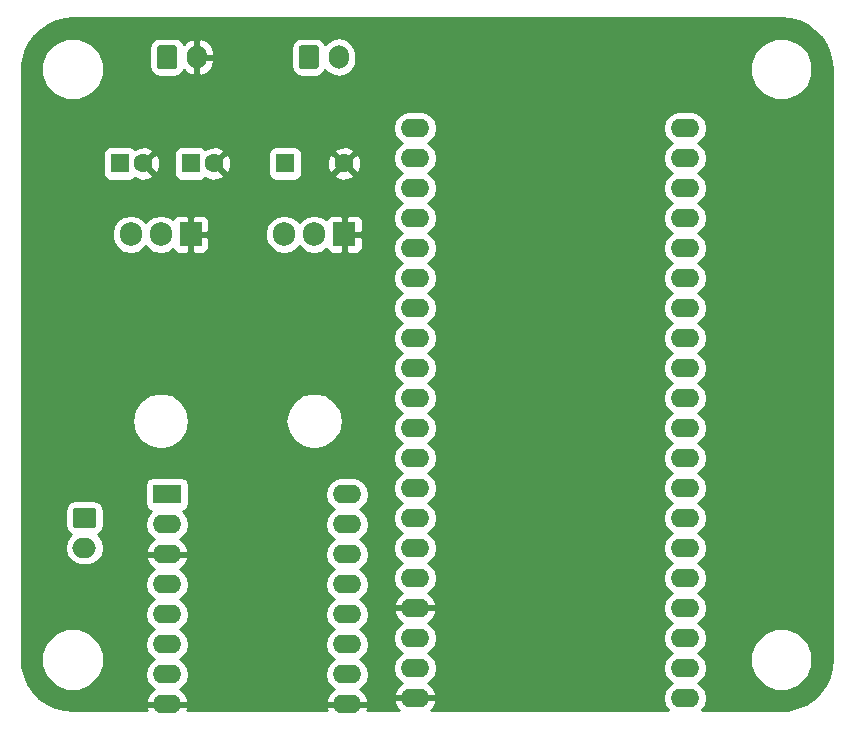
<source format=gbr>
G04 #@! TF.GenerationSoftware,KiCad,Pcbnew,(5.0.1-3-g963ef8bb5)*
G04 #@! TF.CreationDate,2018-11-18T00:10:26+02:00*
G04 #@! TF.ProjectId,winch,77696E63682E6B696361645F70636200,rev?*
G04 #@! TF.SameCoordinates,Original*
G04 #@! TF.FileFunction,Copper,L2,Bot,Signal*
G04 #@! TF.FilePolarity,Positive*
%FSLAX46Y46*%
G04 Gerber Fmt 4.6, Leading zero omitted, Abs format (unit mm)*
G04 Created by KiCad (PCBNEW (5.0.1-3-g963ef8bb5)) date Sunday, November 18, 2018 at 12:10:26 AM*
%MOMM*%
%LPD*%
G01*
G04 APERTURE LIST*
G04 #@! TA.AperFunction,Conductor*
%ADD10C,0.100000*%
G04 #@! TD*
G04 #@! TA.AperFunction,ComponentPad*
%ADD11C,1.700000*%
G04 #@! TD*
G04 #@! TA.AperFunction,ComponentPad*
%ADD12O,1.700000X2.000000*%
G04 #@! TD*
G04 #@! TA.AperFunction,ComponentPad*
%ADD13R,1.600000X1.600000*%
G04 #@! TD*
G04 #@! TA.AperFunction,ComponentPad*
%ADD14C,1.600000*%
G04 #@! TD*
G04 #@! TA.AperFunction,ComponentPad*
%ADD15O,2.000000X1.700000*%
G04 #@! TD*
G04 #@! TA.AperFunction,ComponentPad*
%ADD16R,2.400000X1.600000*%
G04 #@! TD*
G04 #@! TA.AperFunction,ComponentPad*
%ADD17O,2.400000X1.600000*%
G04 #@! TD*
G04 #@! TA.AperFunction,ComponentPad*
%ADD18R,1.905000X2.000000*%
G04 #@! TD*
G04 #@! TA.AperFunction,ComponentPad*
%ADD19O,1.905000X2.000000*%
G04 #@! TD*
G04 #@! TA.AperFunction,Conductor*
%ADD20C,0.254000*%
G04 #@! TD*
G04 APERTURE END LIST*
D10*
G04 #@! TO.N,Net-(BT1-Pad1)*
G04 #@! TO.C,BT1*
G36*
X113624504Y-73001204D02*
X113648773Y-73004804D01*
X113672571Y-73010765D01*
X113695671Y-73019030D01*
X113717849Y-73029520D01*
X113738893Y-73042133D01*
X113758598Y-73056747D01*
X113776777Y-73073223D01*
X113793253Y-73091402D01*
X113807867Y-73111107D01*
X113820480Y-73132151D01*
X113830970Y-73154329D01*
X113839235Y-73177429D01*
X113845196Y-73201227D01*
X113848796Y-73225496D01*
X113850000Y-73250000D01*
X113850000Y-74750000D01*
X113848796Y-74774504D01*
X113845196Y-74798773D01*
X113839235Y-74822571D01*
X113830970Y-74845671D01*
X113820480Y-74867849D01*
X113807867Y-74888893D01*
X113793253Y-74908598D01*
X113776777Y-74926777D01*
X113758598Y-74943253D01*
X113738893Y-74957867D01*
X113717849Y-74970480D01*
X113695671Y-74980970D01*
X113672571Y-74989235D01*
X113648773Y-74995196D01*
X113624504Y-74998796D01*
X113600000Y-75000000D01*
X112400000Y-75000000D01*
X112375496Y-74998796D01*
X112351227Y-74995196D01*
X112327429Y-74989235D01*
X112304329Y-74980970D01*
X112282151Y-74970480D01*
X112261107Y-74957867D01*
X112241402Y-74943253D01*
X112223223Y-74926777D01*
X112206747Y-74908598D01*
X112192133Y-74888893D01*
X112179520Y-74867849D01*
X112169030Y-74845671D01*
X112160765Y-74822571D01*
X112154804Y-74798773D01*
X112151204Y-74774504D01*
X112150000Y-74750000D01*
X112150000Y-73250000D01*
X112151204Y-73225496D01*
X112154804Y-73201227D01*
X112160765Y-73177429D01*
X112169030Y-73154329D01*
X112179520Y-73132151D01*
X112192133Y-73111107D01*
X112206747Y-73091402D01*
X112223223Y-73073223D01*
X112241402Y-73056747D01*
X112261107Y-73042133D01*
X112282151Y-73029520D01*
X112304329Y-73019030D01*
X112327429Y-73010765D01*
X112351227Y-73004804D01*
X112375496Y-73001204D01*
X112400000Y-73000000D01*
X113600000Y-73000000D01*
X113624504Y-73001204D01*
X113624504Y-73001204D01*
G37*
D11*
G04 #@! TD*
G04 #@! TO.P,BT1,1*
G04 #@! TO.N,Net-(BT1-Pad1)*
X113000000Y-74000000D03*
D12*
G04 #@! TO.P,BT1,2*
G04 #@! TO.N,GND*
X115540000Y-74000000D03*
G04 #@! TD*
D13*
G04 #@! TO.P,C1,1*
G04 #@! TO.N,Net-(BT1-Pad1)*
X123000000Y-83000000D03*
D14*
G04 #@! TO.P,C1,2*
G04 #@! TO.N,GND*
X128000000Y-83000000D03*
G04 #@! TD*
G04 #@! TO.P,C2,2*
G04 #@! TO.N,GND*
X111000000Y-83000000D03*
D13*
G04 #@! TO.P,C2,1*
G04 #@! TO.N,+BATT*
X109000000Y-83000000D03*
G04 #@! TD*
G04 #@! TO.P,C3,1*
G04 #@! TO.N,+3V3*
X115000000Y-83000000D03*
D14*
G04 #@! TO.P,C3,2*
G04 #@! TO.N,GND*
X117000000Y-83000000D03*
G04 #@! TD*
D10*
G04 #@! TO.N,/AO1*
G04 #@! TO.C,M1*
G36*
X106774504Y-112151204D02*
X106798773Y-112154804D01*
X106822571Y-112160765D01*
X106845671Y-112169030D01*
X106867849Y-112179520D01*
X106888893Y-112192133D01*
X106908598Y-112206747D01*
X106926777Y-112223223D01*
X106943253Y-112241402D01*
X106957867Y-112261107D01*
X106970480Y-112282151D01*
X106980970Y-112304329D01*
X106989235Y-112327429D01*
X106995196Y-112351227D01*
X106998796Y-112375496D01*
X107000000Y-112400000D01*
X107000000Y-113600000D01*
X106998796Y-113624504D01*
X106995196Y-113648773D01*
X106989235Y-113672571D01*
X106980970Y-113695671D01*
X106970480Y-113717849D01*
X106957867Y-113738893D01*
X106943253Y-113758598D01*
X106926777Y-113776777D01*
X106908598Y-113793253D01*
X106888893Y-113807867D01*
X106867849Y-113820480D01*
X106845671Y-113830970D01*
X106822571Y-113839235D01*
X106798773Y-113845196D01*
X106774504Y-113848796D01*
X106750000Y-113850000D01*
X105250000Y-113850000D01*
X105225496Y-113848796D01*
X105201227Y-113845196D01*
X105177429Y-113839235D01*
X105154329Y-113830970D01*
X105132151Y-113820480D01*
X105111107Y-113807867D01*
X105091402Y-113793253D01*
X105073223Y-113776777D01*
X105056747Y-113758598D01*
X105042133Y-113738893D01*
X105029520Y-113717849D01*
X105019030Y-113695671D01*
X105010765Y-113672571D01*
X105004804Y-113648773D01*
X105001204Y-113624504D01*
X105000000Y-113600000D01*
X105000000Y-112400000D01*
X105001204Y-112375496D01*
X105004804Y-112351227D01*
X105010765Y-112327429D01*
X105019030Y-112304329D01*
X105029520Y-112282151D01*
X105042133Y-112261107D01*
X105056747Y-112241402D01*
X105073223Y-112223223D01*
X105091402Y-112206747D01*
X105111107Y-112192133D01*
X105132151Y-112179520D01*
X105154329Y-112169030D01*
X105177429Y-112160765D01*
X105201227Y-112154804D01*
X105225496Y-112151204D01*
X105250000Y-112150000D01*
X106750000Y-112150000D01*
X106774504Y-112151204D01*
X106774504Y-112151204D01*
G37*
D11*
G04 #@! TD*
G04 #@! TO.P,M1,1*
G04 #@! TO.N,/AO1*
X106000000Y-113000000D03*
D15*
G04 #@! TO.P,M1,2*
G04 #@! TO.N,/AO2*
X106000000Y-115540000D03*
G04 #@! TD*
D12*
G04 #@! TO.P,SW1,2*
G04 #@! TO.N,Net-(Q1-Pad2)*
X127540000Y-74000000D03*
D10*
G04 #@! TD*
G04 #@! TO.N,Net-(BT1-Pad1)*
G04 #@! TO.C,SW1*
G36*
X125624504Y-73001204D02*
X125648773Y-73004804D01*
X125672571Y-73010765D01*
X125695671Y-73019030D01*
X125717849Y-73029520D01*
X125738893Y-73042133D01*
X125758598Y-73056747D01*
X125776777Y-73073223D01*
X125793253Y-73091402D01*
X125807867Y-73111107D01*
X125820480Y-73132151D01*
X125830970Y-73154329D01*
X125839235Y-73177429D01*
X125845196Y-73201227D01*
X125848796Y-73225496D01*
X125850000Y-73250000D01*
X125850000Y-74750000D01*
X125848796Y-74774504D01*
X125845196Y-74798773D01*
X125839235Y-74822571D01*
X125830970Y-74845671D01*
X125820480Y-74867849D01*
X125807867Y-74888893D01*
X125793253Y-74908598D01*
X125776777Y-74926777D01*
X125758598Y-74943253D01*
X125738893Y-74957867D01*
X125717849Y-74970480D01*
X125695671Y-74980970D01*
X125672571Y-74989235D01*
X125648773Y-74995196D01*
X125624504Y-74998796D01*
X125600000Y-75000000D01*
X124400000Y-75000000D01*
X124375496Y-74998796D01*
X124351227Y-74995196D01*
X124327429Y-74989235D01*
X124304329Y-74980970D01*
X124282151Y-74970480D01*
X124261107Y-74957867D01*
X124241402Y-74943253D01*
X124223223Y-74926777D01*
X124206747Y-74908598D01*
X124192133Y-74888893D01*
X124179520Y-74867849D01*
X124169030Y-74845671D01*
X124160765Y-74822571D01*
X124154804Y-74798773D01*
X124151204Y-74774504D01*
X124150000Y-74750000D01*
X124150000Y-73250000D01*
X124151204Y-73225496D01*
X124154804Y-73201227D01*
X124160765Y-73177429D01*
X124169030Y-73154329D01*
X124179520Y-73132151D01*
X124192133Y-73111107D01*
X124206747Y-73091402D01*
X124223223Y-73073223D01*
X124241402Y-73056747D01*
X124261107Y-73042133D01*
X124282151Y-73029520D01*
X124304329Y-73019030D01*
X124327429Y-73010765D01*
X124351227Y-73004804D01*
X124375496Y-73001204D01*
X124400000Y-73000000D01*
X125600000Y-73000000D01*
X125624504Y-73001204D01*
X125624504Y-73001204D01*
G37*
D11*
G04 #@! TO.P,SW1,1*
G04 #@! TO.N,Net-(BT1-Pad1)*
X125000000Y-74000000D03*
G04 #@! TD*
D16*
G04 #@! TO.P,U1,1*
G04 #@! TO.N,+BATT*
X113000000Y-111000000D03*
D17*
G04 #@! TO.P,U1,9*
G04 #@! TO.N,GND*
X128240000Y-128780000D03*
G04 #@! TO.P,U1,2*
G04 #@! TO.N,+3V3*
X113000000Y-113540000D03*
G04 #@! TO.P,U1,10*
G04 #@! TO.N,Net-(U1-Pad10)*
X128240000Y-126240000D03*
G04 #@! TO.P,U1,3*
G04 #@! TO.N,GND*
X113000000Y-116080000D03*
G04 #@! TO.P,U1,11*
G04 #@! TO.N,Net-(U1-Pad11)*
X128240000Y-123700000D03*
G04 #@! TO.P,U1,4*
G04 #@! TO.N,/AO1*
X113000000Y-118620000D03*
G04 #@! TO.P,U1,12*
G04 #@! TO.N,Net-(U1-Pad12)*
X128240000Y-121160000D03*
G04 #@! TO.P,U1,5*
G04 #@! TO.N,/AO2*
X113000000Y-121160000D03*
G04 #@! TO.P,U1,13*
G04 #@! TO.N,Net-(U1-Pad13)*
X128240000Y-118620000D03*
G04 #@! TO.P,U1,6*
G04 #@! TO.N,Net-(U1-Pad6)*
X113000000Y-123700000D03*
G04 #@! TO.P,U1,14*
G04 #@! TO.N,Net-(U1-Pad14)*
X128240000Y-116080000D03*
G04 #@! TO.P,U1,7*
G04 #@! TO.N,Net-(U1-Pad7)*
X113000000Y-126240000D03*
G04 #@! TO.P,U1,15*
G04 #@! TO.N,Net-(U1-Pad15)*
X128240000Y-113540000D03*
G04 #@! TO.P,U1,8*
G04 #@! TO.N,GND*
X113000000Y-128780000D03*
G04 #@! TO.P,U1,16*
G04 #@! TO.N,Net-(U1-Pad16)*
X128240000Y-111000000D03*
G04 #@! TD*
G04 #@! TO.P,U2,1*
G04 #@! TO.N,GND*
X134000000Y-128260000D03*
G04 #@! TO.P,U2,2*
G04 #@! TO.N,Net-(U2-Pad2)*
X134000000Y-125720000D03*
G04 #@! TO.P,U2,3*
G04 #@! TO.N,Net-(U2-Pad3)*
X134000000Y-123180000D03*
G04 #@! TO.P,U2,4*
G04 #@! TO.N,GND*
X134000000Y-120640000D03*
G04 #@! TO.P,U2,5*
G04 #@! TO.N,+3V3*
X134000000Y-118100000D03*
G04 #@! TO.P,U2,6*
G04 #@! TO.N,Net-(U2-Pad6)*
X134000000Y-115560000D03*
G04 #@! TO.P,U2,7*
G04 #@! TO.N,Net-(U1-Pad13)*
X134000000Y-113020000D03*
G04 #@! TO.P,U2,8*
G04 #@! TO.N,Net-(U1-Pad14)*
X134000000Y-110480000D03*
G04 #@! TO.P,U2,9*
G04 #@! TO.N,Net-(U1-Pad15)*
X134000000Y-107940000D03*
G04 #@! TO.P,U2,10*
G04 #@! TO.N,Net-(U1-Pad16)*
X134000000Y-105400000D03*
G04 #@! TO.P,U2,11*
G04 #@! TO.N,Net-(U2-Pad11)*
X134000000Y-102860000D03*
G04 #@! TO.P,U2,12*
G04 #@! TO.N,Net-(U2-Pad12)*
X134000000Y-100320000D03*
G04 #@! TO.P,U2,13*
G04 #@! TO.N,Net-(U2-Pad13)*
X134000000Y-97780000D03*
G04 #@! TO.P,U2,14*
G04 #@! TO.N,Net-(U2-Pad14)*
X134000000Y-95240000D03*
G04 #@! TO.P,U2,15*
G04 #@! TO.N,Net-(U2-Pad15)*
X134000000Y-92700000D03*
G04 #@! TO.P,U2,16*
G04 #@! TO.N,Net-(U2-Pad16)*
X134000000Y-90160000D03*
G04 #@! TO.P,U2,17*
G04 #@! TO.N,Net-(U2-Pad17)*
X134000000Y-87620000D03*
G04 #@! TO.P,U2,18*
G04 #@! TO.N,Net-(U2-Pad18)*
X134000000Y-85080000D03*
G04 #@! TO.P,U2,19*
G04 #@! TO.N,Net-(U2-Pad19)*
X134000000Y-82540000D03*
G04 #@! TO.P,U2,20*
G04 #@! TO.N,Net-(U2-Pad20)*
X134000000Y-80000000D03*
G04 #@! TO.P,U2,21*
G04 #@! TO.N,Net-(U2-Pad21)*
X156860000Y-80000000D03*
G04 #@! TO.P,U2,22*
G04 #@! TO.N,Net-(U2-Pad22)*
X156860000Y-82540000D03*
G04 #@! TO.P,U2,23*
G04 #@! TO.N,Net-(U2-Pad23)*
X156860000Y-85080000D03*
G04 #@! TO.P,U2,24*
G04 #@! TO.N,Net-(U2-Pad24)*
X156860000Y-87620000D03*
G04 #@! TO.P,U2,25*
G04 #@! TO.N,Net-(U2-Pad25)*
X156860000Y-90160000D03*
G04 #@! TO.P,U2,26*
G04 #@! TO.N,Net-(U2-Pad26)*
X156860000Y-92700000D03*
G04 #@! TO.P,U2,27*
G04 #@! TO.N,Net-(U2-Pad27)*
X156860000Y-95240000D03*
G04 #@! TO.P,U2,28*
G04 #@! TO.N,Net-(U2-Pad28)*
X156860000Y-97780000D03*
G04 #@! TO.P,U2,29*
G04 #@! TO.N,Net-(U2-Pad29)*
X156860000Y-100320000D03*
G04 #@! TO.P,U2,30*
G04 #@! TO.N,Net-(U2-Pad30)*
X156860000Y-102860000D03*
G04 #@! TO.P,U2,31*
G04 #@! TO.N,Net-(U2-Pad31)*
X156860000Y-105400000D03*
G04 #@! TO.P,U2,32*
G04 #@! TO.N,Net-(U2-Pad32)*
X156860000Y-107940000D03*
G04 #@! TO.P,U2,33*
G04 #@! TO.N,Net-(U2-Pad33)*
X156860000Y-110480000D03*
G04 #@! TO.P,U2,34*
G04 #@! TO.N,Net-(U2-Pad34)*
X156860000Y-113020000D03*
G04 #@! TO.P,U2,35*
G04 #@! TO.N,Net-(U2-Pad35)*
X156860000Y-115560000D03*
G04 #@! TO.P,U2,36*
G04 #@! TO.N,Net-(U2-Pad36)*
X156860000Y-118100000D03*
G04 #@! TO.P,U2,37*
G04 #@! TO.N,Net-(U2-Pad37)*
X156860000Y-120640000D03*
G04 #@! TO.P,U2,38*
G04 #@! TO.N,Net-(U2-Pad38)*
X156860000Y-123180000D03*
G04 #@! TO.P,U2,39*
G04 #@! TO.N,Net-(U2-Pad39)*
X156860000Y-125720000D03*
G04 #@! TO.P,U2,40*
G04 #@! TO.N,Net-(U2-Pad40)*
X156860000Y-128260000D03*
G04 #@! TD*
D18*
G04 #@! TO.P,Q1,1*
G04 #@! TO.N,GND*
X128000000Y-89000000D03*
D19*
G04 #@! TO.P,Q1,2*
G04 #@! TO.N,Net-(Q1-Pad2)*
X125460000Y-89000000D03*
G04 #@! TO.P,Q1,3*
G04 #@! TO.N,+BATT*
X122920000Y-89000000D03*
G04 #@! TD*
D18*
G04 #@! TO.P,U3,1*
G04 #@! TO.N,GND*
X115000000Y-89000000D03*
D19*
G04 #@! TO.P,U3,2*
G04 #@! TO.N,+3V3*
X112460000Y-89000000D03*
G04 #@! TO.P,U3,3*
G04 #@! TO.N,+BATT*
X109920000Y-89000000D03*
G04 #@! TD*
D20*
G04 #@! TO.N,GND*
G36*
X165759192Y-70780578D02*
X166494389Y-70981705D01*
X167182351Y-71309846D01*
X167801331Y-71754628D01*
X168331761Y-72301988D01*
X168756884Y-72934639D01*
X169063251Y-73632561D01*
X169242499Y-74379183D01*
X169290000Y-75026030D01*
X169290001Y-124968370D01*
X169219422Y-125759193D01*
X169018295Y-126494389D01*
X168690152Y-127182355D01*
X168245374Y-127801328D01*
X167698012Y-128331761D01*
X167065362Y-128756883D01*
X166367439Y-129063251D01*
X165620819Y-129242499D01*
X164973970Y-129290000D01*
X158297635Y-129290000D01*
X158611740Y-128819909D01*
X158723113Y-128260000D01*
X158611740Y-127700091D01*
X158294577Y-127225423D01*
X157942242Y-126990000D01*
X158294577Y-126754577D01*
X158611740Y-126279909D01*
X158723113Y-125720000D01*
X158611740Y-125160091D01*
X158294577Y-124685423D01*
X157980954Y-124475866D01*
X162365000Y-124475866D01*
X162365000Y-125524134D01*
X162766155Y-126492608D01*
X163507392Y-127233845D01*
X164475866Y-127635000D01*
X165524134Y-127635000D01*
X166492608Y-127233845D01*
X167233845Y-126492608D01*
X167635000Y-125524134D01*
X167635000Y-124475866D01*
X167233845Y-123507392D01*
X166492608Y-122766155D01*
X165524134Y-122365000D01*
X164475866Y-122365000D01*
X163507392Y-122766155D01*
X162766155Y-123507392D01*
X162365000Y-124475866D01*
X157980954Y-124475866D01*
X157942242Y-124450000D01*
X158294577Y-124214577D01*
X158611740Y-123739909D01*
X158723113Y-123180000D01*
X158611740Y-122620091D01*
X158294577Y-122145423D01*
X157942242Y-121910000D01*
X158294577Y-121674577D01*
X158611740Y-121199909D01*
X158723113Y-120640000D01*
X158611740Y-120080091D01*
X158294577Y-119605423D01*
X157942242Y-119370000D01*
X158294577Y-119134577D01*
X158611740Y-118659909D01*
X158723113Y-118100000D01*
X158611740Y-117540091D01*
X158294577Y-117065423D01*
X157942242Y-116830000D01*
X158294577Y-116594577D01*
X158611740Y-116119909D01*
X158723113Y-115560000D01*
X158611740Y-115000091D01*
X158294577Y-114525423D01*
X157942242Y-114290000D01*
X158294577Y-114054577D01*
X158611740Y-113579909D01*
X158723113Y-113020000D01*
X158611740Y-112460091D01*
X158294577Y-111985423D01*
X157942242Y-111750000D01*
X158294577Y-111514577D01*
X158611740Y-111039909D01*
X158723113Y-110480000D01*
X158611740Y-109920091D01*
X158294577Y-109445423D01*
X157942242Y-109210000D01*
X158294577Y-108974577D01*
X158611740Y-108499909D01*
X158723113Y-107940000D01*
X158611740Y-107380091D01*
X158294577Y-106905423D01*
X157942242Y-106670000D01*
X158294577Y-106434577D01*
X158611740Y-105959909D01*
X158723113Y-105400000D01*
X158611740Y-104840091D01*
X158294577Y-104365423D01*
X157942242Y-104130000D01*
X158294577Y-103894577D01*
X158611740Y-103419909D01*
X158723113Y-102860000D01*
X158611740Y-102300091D01*
X158294577Y-101825423D01*
X157942242Y-101590000D01*
X158294577Y-101354577D01*
X158611740Y-100879909D01*
X158723113Y-100320000D01*
X158611740Y-99760091D01*
X158294577Y-99285423D01*
X157942242Y-99050000D01*
X158294577Y-98814577D01*
X158611740Y-98339909D01*
X158723113Y-97780000D01*
X158611740Y-97220091D01*
X158294577Y-96745423D01*
X157942242Y-96510000D01*
X158294577Y-96274577D01*
X158611740Y-95799909D01*
X158723113Y-95240000D01*
X158611740Y-94680091D01*
X158294577Y-94205423D01*
X157942242Y-93970000D01*
X158294577Y-93734577D01*
X158611740Y-93259909D01*
X158723113Y-92700000D01*
X158611740Y-92140091D01*
X158294577Y-91665423D01*
X157942242Y-91430000D01*
X158294577Y-91194577D01*
X158611740Y-90719909D01*
X158723113Y-90160000D01*
X158611740Y-89600091D01*
X158294577Y-89125423D01*
X157942242Y-88890000D01*
X158294577Y-88654577D01*
X158611740Y-88179909D01*
X158723113Y-87620000D01*
X158611740Y-87060091D01*
X158294577Y-86585423D01*
X157942242Y-86350000D01*
X158294577Y-86114577D01*
X158611740Y-85639909D01*
X158723113Y-85080000D01*
X158611740Y-84520091D01*
X158294577Y-84045423D01*
X157942242Y-83810000D01*
X158294577Y-83574577D01*
X158611740Y-83099909D01*
X158723113Y-82540000D01*
X158611740Y-81980091D01*
X158294577Y-81505423D01*
X157942242Y-81270000D01*
X158294577Y-81034577D01*
X158611740Y-80559909D01*
X158723113Y-80000000D01*
X158611740Y-79440091D01*
X158294577Y-78965423D01*
X157819909Y-78648260D01*
X157401333Y-78565000D01*
X156318667Y-78565000D01*
X155900091Y-78648260D01*
X155425423Y-78965423D01*
X155108260Y-79440091D01*
X154996887Y-80000000D01*
X155108260Y-80559909D01*
X155425423Y-81034577D01*
X155777758Y-81270000D01*
X155425423Y-81505423D01*
X155108260Y-81980091D01*
X154996887Y-82540000D01*
X155108260Y-83099909D01*
X155425423Y-83574577D01*
X155777758Y-83810000D01*
X155425423Y-84045423D01*
X155108260Y-84520091D01*
X154996887Y-85080000D01*
X155108260Y-85639909D01*
X155425423Y-86114577D01*
X155777758Y-86350000D01*
X155425423Y-86585423D01*
X155108260Y-87060091D01*
X154996887Y-87620000D01*
X155108260Y-88179909D01*
X155425423Y-88654577D01*
X155777758Y-88890000D01*
X155425423Y-89125423D01*
X155108260Y-89600091D01*
X154996887Y-90160000D01*
X155108260Y-90719909D01*
X155425423Y-91194577D01*
X155777758Y-91430000D01*
X155425423Y-91665423D01*
X155108260Y-92140091D01*
X154996887Y-92700000D01*
X155108260Y-93259909D01*
X155425423Y-93734577D01*
X155777758Y-93970000D01*
X155425423Y-94205423D01*
X155108260Y-94680091D01*
X154996887Y-95240000D01*
X155108260Y-95799909D01*
X155425423Y-96274577D01*
X155777758Y-96510000D01*
X155425423Y-96745423D01*
X155108260Y-97220091D01*
X154996887Y-97780000D01*
X155108260Y-98339909D01*
X155425423Y-98814577D01*
X155777758Y-99050000D01*
X155425423Y-99285423D01*
X155108260Y-99760091D01*
X154996887Y-100320000D01*
X155108260Y-100879909D01*
X155425423Y-101354577D01*
X155777758Y-101590000D01*
X155425423Y-101825423D01*
X155108260Y-102300091D01*
X154996887Y-102860000D01*
X155108260Y-103419909D01*
X155425423Y-103894577D01*
X155777758Y-104130000D01*
X155425423Y-104365423D01*
X155108260Y-104840091D01*
X154996887Y-105400000D01*
X155108260Y-105959909D01*
X155425423Y-106434577D01*
X155777758Y-106670000D01*
X155425423Y-106905423D01*
X155108260Y-107380091D01*
X154996887Y-107940000D01*
X155108260Y-108499909D01*
X155425423Y-108974577D01*
X155777758Y-109210000D01*
X155425423Y-109445423D01*
X155108260Y-109920091D01*
X154996887Y-110480000D01*
X155108260Y-111039909D01*
X155425423Y-111514577D01*
X155777758Y-111750000D01*
X155425423Y-111985423D01*
X155108260Y-112460091D01*
X154996887Y-113020000D01*
X155108260Y-113579909D01*
X155425423Y-114054577D01*
X155777758Y-114290000D01*
X155425423Y-114525423D01*
X155108260Y-115000091D01*
X154996887Y-115560000D01*
X155108260Y-116119909D01*
X155425423Y-116594577D01*
X155777758Y-116830000D01*
X155425423Y-117065423D01*
X155108260Y-117540091D01*
X154996887Y-118100000D01*
X155108260Y-118659909D01*
X155425423Y-119134577D01*
X155777758Y-119370000D01*
X155425423Y-119605423D01*
X155108260Y-120080091D01*
X154996887Y-120640000D01*
X155108260Y-121199909D01*
X155425423Y-121674577D01*
X155777758Y-121910000D01*
X155425423Y-122145423D01*
X155108260Y-122620091D01*
X154996887Y-123180000D01*
X155108260Y-123739909D01*
X155425423Y-124214577D01*
X155777758Y-124450000D01*
X155425423Y-124685423D01*
X155108260Y-125160091D01*
X154996887Y-125720000D01*
X155108260Y-126279909D01*
X155425423Y-126754577D01*
X155777758Y-126990000D01*
X155425423Y-127225423D01*
X155108260Y-127700091D01*
X154996887Y-128260000D01*
X155108260Y-128819909D01*
X155422365Y-129290000D01*
X135373812Y-129290000D01*
X135504500Y-129184896D01*
X135774367Y-128691819D01*
X135791904Y-128609039D01*
X135669915Y-128387000D01*
X134127000Y-128387000D01*
X134127000Y-128407000D01*
X133873000Y-128407000D01*
X133873000Y-128387000D01*
X132330085Y-128387000D01*
X132208096Y-128609039D01*
X132225633Y-128691819D01*
X132495500Y-129184896D01*
X132626188Y-129290000D01*
X129971578Y-129290000D01*
X130014367Y-129211819D01*
X130031904Y-129129039D01*
X129909915Y-128907000D01*
X128367000Y-128907000D01*
X128367000Y-128927000D01*
X128113000Y-128927000D01*
X128113000Y-128907000D01*
X126570085Y-128907000D01*
X126448096Y-129129039D01*
X126465633Y-129211819D01*
X126508422Y-129290000D01*
X114731578Y-129290000D01*
X114774367Y-129211819D01*
X114791904Y-129129039D01*
X114669915Y-128907000D01*
X113127000Y-128907000D01*
X113127000Y-128927000D01*
X112873000Y-128927000D01*
X112873000Y-128907000D01*
X111330085Y-128907000D01*
X111208096Y-129129039D01*
X111225633Y-129211819D01*
X111268422Y-129290000D01*
X105031618Y-129290000D01*
X104240807Y-129219422D01*
X103505611Y-129018295D01*
X102817645Y-128690152D01*
X102198672Y-128245374D01*
X101668239Y-127698012D01*
X101243117Y-127065362D01*
X100936749Y-126367439D01*
X100757501Y-125620819D01*
X100710000Y-124973970D01*
X100710000Y-124475866D01*
X102365000Y-124475866D01*
X102365000Y-125524134D01*
X102766155Y-126492608D01*
X103507392Y-127233845D01*
X104475866Y-127635000D01*
X105524134Y-127635000D01*
X106492608Y-127233845D01*
X107233845Y-126492608D01*
X107635000Y-125524134D01*
X107635000Y-124475866D01*
X107233845Y-123507392D01*
X106492608Y-122766155D01*
X105524134Y-122365000D01*
X104475866Y-122365000D01*
X103507392Y-122766155D01*
X102766155Y-123507392D01*
X102365000Y-124475866D01*
X100710000Y-124475866D01*
X100710000Y-118620000D01*
X111136887Y-118620000D01*
X111248260Y-119179909D01*
X111565423Y-119654577D01*
X111917758Y-119890000D01*
X111565423Y-120125423D01*
X111248260Y-120600091D01*
X111136887Y-121160000D01*
X111248260Y-121719909D01*
X111565423Y-122194577D01*
X111917758Y-122430000D01*
X111565423Y-122665423D01*
X111248260Y-123140091D01*
X111136887Y-123700000D01*
X111248260Y-124259909D01*
X111565423Y-124734577D01*
X111917758Y-124970000D01*
X111565423Y-125205423D01*
X111248260Y-125680091D01*
X111136887Y-126240000D01*
X111248260Y-126799909D01*
X111565423Y-127274577D01*
X111921499Y-127512499D01*
X111495500Y-127855104D01*
X111225633Y-128348181D01*
X111208096Y-128430961D01*
X111330085Y-128653000D01*
X112873000Y-128653000D01*
X112873000Y-128633000D01*
X113127000Y-128633000D01*
X113127000Y-128653000D01*
X114669915Y-128653000D01*
X114791904Y-128430961D01*
X114774367Y-128348181D01*
X114504500Y-127855104D01*
X114078501Y-127512499D01*
X114434577Y-127274577D01*
X114751740Y-126799909D01*
X114863113Y-126240000D01*
X114751740Y-125680091D01*
X114434577Y-125205423D01*
X114082242Y-124970000D01*
X114434577Y-124734577D01*
X114751740Y-124259909D01*
X114863113Y-123700000D01*
X114751740Y-123140091D01*
X114434577Y-122665423D01*
X114082242Y-122430000D01*
X114434577Y-122194577D01*
X114751740Y-121719909D01*
X114863113Y-121160000D01*
X114751740Y-120600091D01*
X114434577Y-120125423D01*
X114082242Y-119890000D01*
X114434577Y-119654577D01*
X114751740Y-119179909D01*
X114863113Y-118620000D01*
X114751740Y-118060091D01*
X114434577Y-117585423D01*
X114078501Y-117347501D01*
X114504500Y-117004896D01*
X114774367Y-116511819D01*
X114791904Y-116429039D01*
X114669915Y-116207000D01*
X113127000Y-116207000D01*
X113127000Y-116227000D01*
X112873000Y-116227000D01*
X112873000Y-116207000D01*
X111330085Y-116207000D01*
X111208096Y-116429039D01*
X111225633Y-116511819D01*
X111495500Y-117004896D01*
X111921499Y-117347501D01*
X111565423Y-117585423D01*
X111248260Y-118060091D01*
X111136887Y-118620000D01*
X100710000Y-118620000D01*
X100710000Y-115540000D01*
X104335908Y-115540000D01*
X104451161Y-116119418D01*
X104779375Y-116610625D01*
X105270582Y-116938839D01*
X105703744Y-117025000D01*
X106296256Y-117025000D01*
X106729418Y-116938839D01*
X107220625Y-116610625D01*
X107548839Y-116119418D01*
X107664092Y-115540000D01*
X107548839Y-114960582D01*
X107220625Y-114469375D01*
X107126912Y-114406758D01*
X107384586Y-114234586D01*
X107579126Y-113943435D01*
X107647440Y-113600000D01*
X107647440Y-113540000D01*
X111136887Y-113540000D01*
X111248260Y-114099909D01*
X111565423Y-114574577D01*
X111921499Y-114812499D01*
X111495500Y-115155104D01*
X111225633Y-115648181D01*
X111208096Y-115730961D01*
X111330085Y-115953000D01*
X112873000Y-115953000D01*
X112873000Y-115933000D01*
X113127000Y-115933000D01*
X113127000Y-115953000D01*
X114669915Y-115953000D01*
X114791904Y-115730961D01*
X114774367Y-115648181D01*
X114504500Y-115155104D01*
X114078501Y-114812499D01*
X114434577Y-114574577D01*
X114751740Y-114099909D01*
X114863113Y-113540000D01*
X114751740Y-112980091D01*
X114434577Y-112505423D01*
X114313894Y-112424785D01*
X114447765Y-112398157D01*
X114657809Y-112257809D01*
X114798157Y-112047765D01*
X114847440Y-111800000D01*
X114847440Y-111000000D01*
X126376887Y-111000000D01*
X126488260Y-111559909D01*
X126805423Y-112034577D01*
X127157758Y-112270000D01*
X126805423Y-112505423D01*
X126488260Y-112980091D01*
X126376887Y-113540000D01*
X126488260Y-114099909D01*
X126805423Y-114574577D01*
X127157758Y-114810000D01*
X126805423Y-115045423D01*
X126488260Y-115520091D01*
X126376887Y-116080000D01*
X126488260Y-116639909D01*
X126805423Y-117114577D01*
X127157758Y-117350000D01*
X126805423Y-117585423D01*
X126488260Y-118060091D01*
X126376887Y-118620000D01*
X126488260Y-119179909D01*
X126805423Y-119654577D01*
X127157758Y-119890000D01*
X126805423Y-120125423D01*
X126488260Y-120600091D01*
X126376887Y-121160000D01*
X126488260Y-121719909D01*
X126805423Y-122194577D01*
X127157758Y-122430000D01*
X126805423Y-122665423D01*
X126488260Y-123140091D01*
X126376887Y-123700000D01*
X126488260Y-124259909D01*
X126805423Y-124734577D01*
X127157758Y-124970000D01*
X126805423Y-125205423D01*
X126488260Y-125680091D01*
X126376887Y-126240000D01*
X126488260Y-126799909D01*
X126805423Y-127274577D01*
X127161499Y-127512499D01*
X126735500Y-127855104D01*
X126465633Y-128348181D01*
X126448096Y-128430961D01*
X126570085Y-128653000D01*
X128113000Y-128653000D01*
X128113000Y-128633000D01*
X128367000Y-128633000D01*
X128367000Y-128653000D01*
X129909915Y-128653000D01*
X130031904Y-128430961D01*
X130014367Y-128348181D01*
X129744500Y-127855104D01*
X129318501Y-127512499D01*
X129674577Y-127274577D01*
X129991740Y-126799909D01*
X130103113Y-126240000D01*
X129991740Y-125680091D01*
X129674577Y-125205423D01*
X129322242Y-124970000D01*
X129674577Y-124734577D01*
X129991740Y-124259909D01*
X130103113Y-123700000D01*
X129999679Y-123180000D01*
X132136887Y-123180000D01*
X132248260Y-123739909D01*
X132565423Y-124214577D01*
X132917758Y-124450000D01*
X132565423Y-124685423D01*
X132248260Y-125160091D01*
X132136887Y-125720000D01*
X132248260Y-126279909D01*
X132565423Y-126754577D01*
X132921499Y-126992499D01*
X132495500Y-127335104D01*
X132225633Y-127828181D01*
X132208096Y-127910961D01*
X132330085Y-128133000D01*
X133873000Y-128133000D01*
X133873000Y-128113000D01*
X134127000Y-128113000D01*
X134127000Y-128133000D01*
X135669915Y-128133000D01*
X135791904Y-127910961D01*
X135774367Y-127828181D01*
X135504500Y-127335104D01*
X135078501Y-126992499D01*
X135434577Y-126754577D01*
X135751740Y-126279909D01*
X135863113Y-125720000D01*
X135751740Y-125160091D01*
X135434577Y-124685423D01*
X135082242Y-124450000D01*
X135434577Y-124214577D01*
X135751740Y-123739909D01*
X135863113Y-123180000D01*
X135751740Y-122620091D01*
X135434577Y-122145423D01*
X135078501Y-121907501D01*
X135504500Y-121564896D01*
X135774367Y-121071819D01*
X135791904Y-120989039D01*
X135669915Y-120767000D01*
X134127000Y-120767000D01*
X134127000Y-120787000D01*
X133873000Y-120787000D01*
X133873000Y-120767000D01*
X132330085Y-120767000D01*
X132208096Y-120989039D01*
X132225633Y-121071819D01*
X132495500Y-121564896D01*
X132921499Y-121907501D01*
X132565423Y-122145423D01*
X132248260Y-122620091D01*
X132136887Y-123180000D01*
X129999679Y-123180000D01*
X129991740Y-123140091D01*
X129674577Y-122665423D01*
X129322242Y-122430000D01*
X129674577Y-122194577D01*
X129991740Y-121719909D01*
X130103113Y-121160000D01*
X129991740Y-120600091D01*
X129674577Y-120125423D01*
X129322242Y-119890000D01*
X129674577Y-119654577D01*
X129991740Y-119179909D01*
X130103113Y-118620000D01*
X129991740Y-118060091D01*
X129674577Y-117585423D01*
X129322242Y-117350000D01*
X129674577Y-117114577D01*
X129991740Y-116639909D01*
X130103113Y-116080000D01*
X129991740Y-115520091D01*
X129674577Y-115045423D01*
X129322242Y-114810000D01*
X129674577Y-114574577D01*
X129991740Y-114099909D01*
X130103113Y-113540000D01*
X129991740Y-112980091D01*
X129674577Y-112505423D01*
X129322242Y-112270000D01*
X129674577Y-112034577D01*
X129991740Y-111559909D01*
X130103113Y-111000000D01*
X129991740Y-110440091D01*
X129674577Y-109965423D01*
X129199909Y-109648260D01*
X128781333Y-109565000D01*
X127698667Y-109565000D01*
X127280091Y-109648260D01*
X126805423Y-109965423D01*
X126488260Y-110440091D01*
X126376887Y-111000000D01*
X114847440Y-111000000D01*
X114847440Y-110200000D01*
X114798157Y-109952235D01*
X114657809Y-109742191D01*
X114447765Y-109601843D01*
X114200000Y-109552560D01*
X111800000Y-109552560D01*
X111552235Y-109601843D01*
X111342191Y-109742191D01*
X111201843Y-109952235D01*
X111152560Y-110200000D01*
X111152560Y-111800000D01*
X111201843Y-112047765D01*
X111342191Y-112257809D01*
X111552235Y-112398157D01*
X111686106Y-112424785D01*
X111565423Y-112505423D01*
X111248260Y-112980091D01*
X111136887Y-113540000D01*
X107647440Y-113540000D01*
X107647440Y-112400000D01*
X107579126Y-112056565D01*
X107384586Y-111765414D01*
X107093435Y-111570874D01*
X106750000Y-111502560D01*
X105250000Y-111502560D01*
X104906565Y-111570874D01*
X104615414Y-111765414D01*
X104420874Y-112056565D01*
X104352560Y-112400000D01*
X104352560Y-113600000D01*
X104420874Y-113943435D01*
X104615414Y-114234586D01*
X104873088Y-114406758D01*
X104779375Y-114469375D01*
X104451161Y-114960582D01*
X104335908Y-115540000D01*
X100710000Y-115540000D01*
X100710000Y-104800000D01*
X110028276Y-104800000D01*
X110213380Y-105730580D01*
X110740511Y-106519489D01*
X111529420Y-107046620D01*
X112225103Y-107185000D01*
X112694897Y-107185000D01*
X113390580Y-107046620D01*
X114179489Y-106519489D01*
X114706620Y-105730580D01*
X114891724Y-104800000D01*
X123028276Y-104800000D01*
X123213380Y-105730580D01*
X123740511Y-106519489D01*
X124529420Y-107046620D01*
X125225103Y-107185000D01*
X125694897Y-107185000D01*
X126390580Y-107046620D01*
X127179489Y-106519489D01*
X127706620Y-105730580D01*
X127891724Y-104800000D01*
X127706620Y-103869420D01*
X127179489Y-103080511D01*
X126390580Y-102553380D01*
X125694897Y-102415000D01*
X125225103Y-102415000D01*
X124529420Y-102553380D01*
X123740511Y-103080511D01*
X123213380Y-103869420D01*
X123028276Y-104800000D01*
X114891724Y-104800000D01*
X114706620Y-103869420D01*
X114179489Y-103080511D01*
X113390580Y-102553380D01*
X112694897Y-102415000D01*
X112225103Y-102415000D01*
X111529420Y-102553380D01*
X110740511Y-103080511D01*
X110213380Y-103869420D01*
X110028276Y-104800000D01*
X100710000Y-104800000D01*
X100710000Y-88796150D01*
X108332500Y-88796150D01*
X108332500Y-89203849D01*
X108424609Y-89666910D01*
X108775477Y-90192023D01*
X109300589Y-90542891D01*
X109920000Y-90666100D01*
X110539410Y-90542891D01*
X111064523Y-90192023D01*
X111190000Y-90004233D01*
X111315477Y-90192023D01*
X111840589Y-90542891D01*
X112460000Y-90666100D01*
X113079410Y-90542891D01*
X113475444Y-90278270D01*
X113509173Y-90359699D01*
X113687802Y-90538327D01*
X113921191Y-90635000D01*
X114714250Y-90635000D01*
X114873000Y-90476250D01*
X114873000Y-89127000D01*
X115127000Y-89127000D01*
X115127000Y-90476250D01*
X115285750Y-90635000D01*
X116078809Y-90635000D01*
X116312198Y-90538327D01*
X116490827Y-90359699D01*
X116587500Y-90126310D01*
X116587500Y-89285750D01*
X116428750Y-89127000D01*
X115127000Y-89127000D01*
X114873000Y-89127000D01*
X114853000Y-89127000D01*
X114853000Y-88873000D01*
X114873000Y-88873000D01*
X114873000Y-87523750D01*
X115127000Y-87523750D01*
X115127000Y-88873000D01*
X116428750Y-88873000D01*
X116505600Y-88796150D01*
X121332500Y-88796150D01*
X121332500Y-89203849D01*
X121424609Y-89666910D01*
X121775477Y-90192023D01*
X122300589Y-90542891D01*
X122920000Y-90666100D01*
X123539410Y-90542891D01*
X124064523Y-90192023D01*
X124190000Y-90004233D01*
X124315477Y-90192023D01*
X124840589Y-90542891D01*
X125460000Y-90666100D01*
X126079410Y-90542891D01*
X126475444Y-90278270D01*
X126509173Y-90359699D01*
X126687802Y-90538327D01*
X126921191Y-90635000D01*
X127714250Y-90635000D01*
X127873000Y-90476250D01*
X127873000Y-89127000D01*
X128127000Y-89127000D01*
X128127000Y-90476250D01*
X128285750Y-90635000D01*
X129078809Y-90635000D01*
X129312198Y-90538327D01*
X129490827Y-90359699D01*
X129587500Y-90126310D01*
X129587500Y-89285750D01*
X129428750Y-89127000D01*
X128127000Y-89127000D01*
X127873000Y-89127000D01*
X127853000Y-89127000D01*
X127853000Y-88873000D01*
X127873000Y-88873000D01*
X127873000Y-87523750D01*
X128127000Y-87523750D01*
X128127000Y-88873000D01*
X129428750Y-88873000D01*
X129587500Y-88714250D01*
X129587500Y-87873690D01*
X129490827Y-87640301D01*
X129312198Y-87461673D01*
X129078809Y-87365000D01*
X128285750Y-87365000D01*
X128127000Y-87523750D01*
X127873000Y-87523750D01*
X127714250Y-87365000D01*
X126921191Y-87365000D01*
X126687802Y-87461673D01*
X126509173Y-87640301D01*
X126475444Y-87721729D01*
X126079411Y-87457109D01*
X125460000Y-87333900D01*
X124840590Y-87457109D01*
X124315477Y-87807977D01*
X124190000Y-87995767D01*
X124064523Y-87807977D01*
X123539411Y-87457109D01*
X122920000Y-87333900D01*
X122300590Y-87457109D01*
X121775477Y-87807977D01*
X121424609Y-88333089D01*
X121332500Y-88796150D01*
X116505600Y-88796150D01*
X116587500Y-88714250D01*
X116587500Y-87873690D01*
X116490827Y-87640301D01*
X116312198Y-87461673D01*
X116078809Y-87365000D01*
X115285750Y-87365000D01*
X115127000Y-87523750D01*
X114873000Y-87523750D01*
X114714250Y-87365000D01*
X113921191Y-87365000D01*
X113687802Y-87461673D01*
X113509173Y-87640301D01*
X113475444Y-87721729D01*
X113079411Y-87457109D01*
X112460000Y-87333900D01*
X111840590Y-87457109D01*
X111315477Y-87807977D01*
X111190000Y-87995767D01*
X111064523Y-87807977D01*
X110539411Y-87457109D01*
X109920000Y-87333900D01*
X109300590Y-87457109D01*
X108775477Y-87807977D01*
X108424609Y-88333089D01*
X108332500Y-88796150D01*
X100710000Y-88796150D01*
X100710000Y-82200000D01*
X107552560Y-82200000D01*
X107552560Y-83800000D01*
X107601843Y-84047765D01*
X107742191Y-84257809D01*
X107952235Y-84398157D01*
X108200000Y-84447440D01*
X109800000Y-84447440D01*
X110047765Y-84398157D01*
X110257516Y-84258005D01*
X110783223Y-84446965D01*
X111353454Y-84419778D01*
X111754005Y-84253864D01*
X111828139Y-84007745D01*
X111000000Y-83179605D01*
X110985858Y-83193748D01*
X110806253Y-83014143D01*
X110820395Y-83000000D01*
X111179605Y-83000000D01*
X112007745Y-83828139D01*
X112253864Y-83754005D01*
X112446965Y-83216777D01*
X112419778Y-82646546D01*
X112253864Y-82245995D01*
X112101165Y-82200000D01*
X113552560Y-82200000D01*
X113552560Y-83800000D01*
X113601843Y-84047765D01*
X113742191Y-84257809D01*
X113952235Y-84398157D01*
X114200000Y-84447440D01*
X115800000Y-84447440D01*
X116047765Y-84398157D01*
X116257516Y-84258005D01*
X116783223Y-84446965D01*
X117353454Y-84419778D01*
X117754005Y-84253864D01*
X117828139Y-84007745D01*
X117000000Y-83179605D01*
X116985858Y-83193748D01*
X116806253Y-83014143D01*
X116820395Y-83000000D01*
X117179605Y-83000000D01*
X118007745Y-83828139D01*
X118253864Y-83754005D01*
X118446965Y-83216777D01*
X118419778Y-82646546D01*
X118253864Y-82245995D01*
X118101165Y-82200000D01*
X121552560Y-82200000D01*
X121552560Y-83800000D01*
X121601843Y-84047765D01*
X121742191Y-84257809D01*
X121952235Y-84398157D01*
X122200000Y-84447440D01*
X123800000Y-84447440D01*
X124047765Y-84398157D01*
X124257809Y-84257809D01*
X124398157Y-84047765D01*
X124406117Y-84007745D01*
X127171861Y-84007745D01*
X127245995Y-84253864D01*
X127783223Y-84446965D01*
X128353454Y-84419778D01*
X128754005Y-84253864D01*
X128828139Y-84007745D01*
X128000000Y-83179605D01*
X127171861Y-84007745D01*
X124406117Y-84007745D01*
X124447440Y-83800000D01*
X124447440Y-82783223D01*
X126553035Y-82783223D01*
X126580222Y-83353454D01*
X126746136Y-83754005D01*
X126992255Y-83828139D01*
X127820395Y-83000000D01*
X128179605Y-83000000D01*
X129007745Y-83828139D01*
X129253864Y-83754005D01*
X129446965Y-83216777D01*
X129419778Y-82646546D01*
X129253864Y-82245995D01*
X129007745Y-82171861D01*
X128179605Y-83000000D01*
X127820395Y-83000000D01*
X126992255Y-82171861D01*
X126746136Y-82245995D01*
X126553035Y-82783223D01*
X124447440Y-82783223D01*
X124447440Y-82200000D01*
X124406118Y-81992255D01*
X127171861Y-81992255D01*
X128000000Y-82820395D01*
X128828139Y-81992255D01*
X128754005Y-81746136D01*
X128216777Y-81553035D01*
X127646546Y-81580222D01*
X127245995Y-81746136D01*
X127171861Y-81992255D01*
X124406118Y-81992255D01*
X124398157Y-81952235D01*
X124257809Y-81742191D01*
X124047765Y-81601843D01*
X123800000Y-81552560D01*
X122200000Y-81552560D01*
X121952235Y-81601843D01*
X121742191Y-81742191D01*
X121601843Y-81952235D01*
X121552560Y-82200000D01*
X118101165Y-82200000D01*
X118007745Y-82171861D01*
X117179605Y-83000000D01*
X116820395Y-83000000D01*
X116806253Y-82985858D01*
X116985858Y-82806252D01*
X117000000Y-82820395D01*
X117828139Y-81992255D01*
X117754005Y-81746136D01*
X117216777Y-81553035D01*
X116646546Y-81580222D01*
X116256933Y-81741605D01*
X116047765Y-81601843D01*
X115800000Y-81552560D01*
X114200000Y-81552560D01*
X113952235Y-81601843D01*
X113742191Y-81742191D01*
X113601843Y-81952235D01*
X113552560Y-82200000D01*
X112101165Y-82200000D01*
X112007745Y-82171861D01*
X111179605Y-83000000D01*
X110820395Y-83000000D01*
X110806253Y-82985858D01*
X110985858Y-82806252D01*
X111000000Y-82820395D01*
X111828139Y-81992255D01*
X111754005Y-81746136D01*
X111216777Y-81553035D01*
X110646546Y-81580222D01*
X110256933Y-81741605D01*
X110047765Y-81601843D01*
X109800000Y-81552560D01*
X108200000Y-81552560D01*
X107952235Y-81601843D01*
X107742191Y-81742191D01*
X107601843Y-81952235D01*
X107552560Y-82200000D01*
X100710000Y-82200000D01*
X100710000Y-80000000D01*
X132136887Y-80000000D01*
X132248260Y-80559909D01*
X132565423Y-81034577D01*
X132917758Y-81270000D01*
X132565423Y-81505423D01*
X132248260Y-81980091D01*
X132136887Y-82540000D01*
X132248260Y-83099909D01*
X132565423Y-83574577D01*
X132917758Y-83810000D01*
X132565423Y-84045423D01*
X132248260Y-84520091D01*
X132136887Y-85080000D01*
X132248260Y-85639909D01*
X132565423Y-86114577D01*
X132917758Y-86350000D01*
X132565423Y-86585423D01*
X132248260Y-87060091D01*
X132136887Y-87620000D01*
X132248260Y-88179909D01*
X132565423Y-88654577D01*
X132917758Y-88890000D01*
X132565423Y-89125423D01*
X132248260Y-89600091D01*
X132136887Y-90160000D01*
X132248260Y-90719909D01*
X132565423Y-91194577D01*
X132917758Y-91430000D01*
X132565423Y-91665423D01*
X132248260Y-92140091D01*
X132136887Y-92700000D01*
X132248260Y-93259909D01*
X132565423Y-93734577D01*
X132917758Y-93970000D01*
X132565423Y-94205423D01*
X132248260Y-94680091D01*
X132136887Y-95240000D01*
X132248260Y-95799909D01*
X132565423Y-96274577D01*
X132917758Y-96510000D01*
X132565423Y-96745423D01*
X132248260Y-97220091D01*
X132136887Y-97780000D01*
X132248260Y-98339909D01*
X132565423Y-98814577D01*
X132917758Y-99050000D01*
X132565423Y-99285423D01*
X132248260Y-99760091D01*
X132136887Y-100320000D01*
X132248260Y-100879909D01*
X132565423Y-101354577D01*
X132917758Y-101590000D01*
X132565423Y-101825423D01*
X132248260Y-102300091D01*
X132136887Y-102860000D01*
X132248260Y-103419909D01*
X132565423Y-103894577D01*
X132917758Y-104130000D01*
X132565423Y-104365423D01*
X132248260Y-104840091D01*
X132136887Y-105400000D01*
X132248260Y-105959909D01*
X132565423Y-106434577D01*
X132917758Y-106670000D01*
X132565423Y-106905423D01*
X132248260Y-107380091D01*
X132136887Y-107940000D01*
X132248260Y-108499909D01*
X132565423Y-108974577D01*
X132917758Y-109210000D01*
X132565423Y-109445423D01*
X132248260Y-109920091D01*
X132136887Y-110480000D01*
X132248260Y-111039909D01*
X132565423Y-111514577D01*
X132917758Y-111750000D01*
X132565423Y-111985423D01*
X132248260Y-112460091D01*
X132136887Y-113020000D01*
X132248260Y-113579909D01*
X132565423Y-114054577D01*
X132917758Y-114290000D01*
X132565423Y-114525423D01*
X132248260Y-115000091D01*
X132136887Y-115560000D01*
X132248260Y-116119909D01*
X132565423Y-116594577D01*
X132917758Y-116830000D01*
X132565423Y-117065423D01*
X132248260Y-117540091D01*
X132136887Y-118100000D01*
X132248260Y-118659909D01*
X132565423Y-119134577D01*
X132921499Y-119372499D01*
X132495500Y-119715104D01*
X132225633Y-120208181D01*
X132208096Y-120290961D01*
X132330085Y-120513000D01*
X133873000Y-120513000D01*
X133873000Y-120493000D01*
X134127000Y-120493000D01*
X134127000Y-120513000D01*
X135669915Y-120513000D01*
X135791904Y-120290961D01*
X135774367Y-120208181D01*
X135504500Y-119715104D01*
X135078501Y-119372499D01*
X135434577Y-119134577D01*
X135751740Y-118659909D01*
X135863113Y-118100000D01*
X135751740Y-117540091D01*
X135434577Y-117065423D01*
X135082242Y-116830000D01*
X135434577Y-116594577D01*
X135751740Y-116119909D01*
X135863113Y-115560000D01*
X135751740Y-115000091D01*
X135434577Y-114525423D01*
X135082242Y-114290000D01*
X135434577Y-114054577D01*
X135751740Y-113579909D01*
X135863113Y-113020000D01*
X135751740Y-112460091D01*
X135434577Y-111985423D01*
X135082242Y-111750000D01*
X135434577Y-111514577D01*
X135751740Y-111039909D01*
X135863113Y-110480000D01*
X135751740Y-109920091D01*
X135434577Y-109445423D01*
X135082242Y-109210000D01*
X135434577Y-108974577D01*
X135751740Y-108499909D01*
X135863113Y-107940000D01*
X135751740Y-107380091D01*
X135434577Y-106905423D01*
X135082242Y-106670000D01*
X135434577Y-106434577D01*
X135751740Y-105959909D01*
X135863113Y-105400000D01*
X135751740Y-104840091D01*
X135434577Y-104365423D01*
X135082242Y-104130000D01*
X135434577Y-103894577D01*
X135751740Y-103419909D01*
X135863113Y-102860000D01*
X135751740Y-102300091D01*
X135434577Y-101825423D01*
X135082242Y-101590000D01*
X135434577Y-101354577D01*
X135751740Y-100879909D01*
X135863113Y-100320000D01*
X135751740Y-99760091D01*
X135434577Y-99285423D01*
X135082242Y-99050000D01*
X135434577Y-98814577D01*
X135751740Y-98339909D01*
X135863113Y-97780000D01*
X135751740Y-97220091D01*
X135434577Y-96745423D01*
X135082242Y-96510000D01*
X135434577Y-96274577D01*
X135751740Y-95799909D01*
X135863113Y-95240000D01*
X135751740Y-94680091D01*
X135434577Y-94205423D01*
X135082242Y-93970000D01*
X135434577Y-93734577D01*
X135751740Y-93259909D01*
X135863113Y-92700000D01*
X135751740Y-92140091D01*
X135434577Y-91665423D01*
X135082242Y-91430000D01*
X135434577Y-91194577D01*
X135751740Y-90719909D01*
X135863113Y-90160000D01*
X135751740Y-89600091D01*
X135434577Y-89125423D01*
X135082242Y-88890000D01*
X135434577Y-88654577D01*
X135751740Y-88179909D01*
X135863113Y-87620000D01*
X135751740Y-87060091D01*
X135434577Y-86585423D01*
X135082242Y-86350000D01*
X135434577Y-86114577D01*
X135751740Y-85639909D01*
X135863113Y-85080000D01*
X135751740Y-84520091D01*
X135434577Y-84045423D01*
X135082242Y-83810000D01*
X135434577Y-83574577D01*
X135751740Y-83099909D01*
X135863113Y-82540000D01*
X135751740Y-81980091D01*
X135434577Y-81505423D01*
X135082242Y-81270000D01*
X135434577Y-81034577D01*
X135751740Y-80559909D01*
X135863113Y-80000000D01*
X135751740Y-79440091D01*
X135434577Y-78965423D01*
X134959909Y-78648260D01*
X134541333Y-78565000D01*
X133458667Y-78565000D01*
X133040091Y-78648260D01*
X132565423Y-78965423D01*
X132248260Y-79440091D01*
X132136887Y-80000000D01*
X100710000Y-80000000D01*
X100710000Y-75031618D01*
X100759599Y-74475866D01*
X102365000Y-74475866D01*
X102365000Y-75524134D01*
X102766155Y-76492608D01*
X103507392Y-77233845D01*
X104475866Y-77635000D01*
X105524134Y-77635000D01*
X106492608Y-77233845D01*
X107233845Y-76492608D01*
X107635000Y-75524134D01*
X107635000Y-74475866D01*
X107233845Y-73507392D01*
X106976453Y-73250000D01*
X111502560Y-73250000D01*
X111502560Y-74750000D01*
X111570874Y-75093435D01*
X111765414Y-75384586D01*
X112056565Y-75579126D01*
X112400000Y-75647440D01*
X113600000Y-75647440D01*
X113943435Y-75579126D01*
X114234586Y-75384586D01*
X114428734Y-75094022D01*
X114647955Y-75338664D01*
X115170740Y-75589553D01*
X115183110Y-75591476D01*
X115413000Y-75470155D01*
X115413000Y-74127000D01*
X115667000Y-74127000D01*
X115667000Y-75470155D01*
X115896890Y-75591476D01*
X115909260Y-75589553D01*
X116432045Y-75338664D01*
X116819024Y-74906812D01*
X117011284Y-74359742D01*
X116867231Y-74127000D01*
X115667000Y-74127000D01*
X115413000Y-74127000D01*
X115393000Y-74127000D01*
X115393000Y-73873000D01*
X115413000Y-73873000D01*
X115413000Y-72529845D01*
X115667000Y-72529845D01*
X115667000Y-73873000D01*
X116867231Y-73873000D01*
X117011284Y-73640258D01*
X116874134Y-73250000D01*
X123502560Y-73250000D01*
X123502560Y-74750000D01*
X123570874Y-75093435D01*
X123765414Y-75384586D01*
X124056565Y-75579126D01*
X124400000Y-75647440D01*
X125600000Y-75647440D01*
X125943435Y-75579126D01*
X126234586Y-75384586D01*
X126406758Y-75126912D01*
X126469375Y-75220625D01*
X126960583Y-75548839D01*
X127540000Y-75664092D01*
X128119418Y-75548839D01*
X128610625Y-75220625D01*
X128938839Y-74729417D01*
X128989273Y-74475866D01*
X162365000Y-74475866D01*
X162365000Y-75524134D01*
X162766155Y-76492608D01*
X163507392Y-77233845D01*
X164475866Y-77635000D01*
X165524134Y-77635000D01*
X166492608Y-77233845D01*
X167233845Y-76492608D01*
X167635000Y-75524134D01*
X167635000Y-74475866D01*
X167233845Y-73507392D01*
X166492608Y-72766155D01*
X165524134Y-72365000D01*
X164475866Y-72365000D01*
X163507392Y-72766155D01*
X162766155Y-73507392D01*
X162365000Y-74475866D01*
X128989273Y-74475866D01*
X129025000Y-74296255D01*
X129025000Y-73703744D01*
X128938839Y-73270582D01*
X128610625Y-72779375D01*
X128119417Y-72451161D01*
X127540000Y-72335908D01*
X126960582Y-72451161D01*
X126469375Y-72779375D01*
X126406758Y-72873088D01*
X126234586Y-72615414D01*
X125943435Y-72420874D01*
X125600000Y-72352560D01*
X124400000Y-72352560D01*
X124056565Y-72420874D01*
X123765414Y-72615414D01*
X123570874Y-72906565D01*
X123502560Y-73250000D01*
X116874134Y-73250000D01*
X116819024Y-73093188D01*
X116432045Y-72661336D01*
X115909260Y-72410447D01*
X115896890Y-72408524D01*
X115667000Y-72529845D01*
X115413000Y-72529845D01*
X115183110Y-72408524D01*
X115170740Y-72410447D01*
X114647955Y-72661336D01*
X114428734Y-72905978D01*
X114234586Y-72615414D01*
X113943435Y-72420874D01*
X113600000Y-72352560D01*
X112400000Y-72352560D01*
X112056565Y-72420874D01*
X111765414Y-72615414D01*
X111570874Y-72906565D01*
X111502560Y-73250000D01*
X106976453Y-73250000D01*
X106492608Y-72766155D01*
X105524134Y-72365000D01*
X104475866Y-72365000D01*
X103507392Y-72766155D01*
X102766155Y-73507392D01*
X102365000Y-74475866D01*
X100759599Y-74475866D01*
X100780578Y-74240808D01*
X100981705Y-73505611D01*
X101309846Y-72817649D01*
X101754628Y-72198669D01*
X102301988Y-71668239D01*
X102934639Y-71243116D01*
X103632561Y-70936749D01*
X104379183Y-70757501D01*
X105026030Y-70710000D01*
X164968382Y-70710000D01*
X165759192Y-70780578D01*
X165759192Y-70780578D01*
G37*
X165759192Y-70780578D02*
X166494389Y-70981705D01*
X167182351Y-71309846D01*
X167801331Y-71754628D01*
X168331761Y-72301988D01*
X168756884Y-72934639D01*
X169063251Y-73632561D01*
X169242499Y-74379183D01*
X169290000Y-75026030D01*
X169290001Y-124968370D01*
X169219422Y-125759193D01*
X169018295Y-126494389D01*
X168690152Y-127182355D01*
X168245374Y-127801328D01*
X167698012Y-128331761D01*
X167065362Y-128756883D01*
X166367439Y-129063251D01*
X165620819Y-129242499D01*
X164973970Y-129290000D01*
X158297635Y-129290000D01*
X158611740Y-128819909D01*
X158723113Y-128260000D01*
X158611740Y-127700091D01*
X158294577Y-127225423D01*
X157942242Y-126990000D01*
X158294577Y-126754577D01*
X158611740Y-126279909D01*
X158723113Y-125720000D01*
X158611740Y-125160091D01*
X158294577Y-124685423D01*
X157980954Y-124475866D01*
X162365000Y-124475866D01*
X162365000Y-125524134D01*
X162766155Y-126492608D01*
X163507392Y-127233845D01*
X164475866Y-127635000D01*
X165524134Y-127635000D01*
X166492608Y-127233845D01*
X167233845Y-126492608D01*
X167635000Y-125524134D01*
X167635000Y-124475866D01*
X167233845Y-123507392D01*
X166492608Y-122766155D01*
X165524134Y-122365000D01*
X164475866Y-122365000D01*
X163507392Y-122766155D01*
X162766155Y-123507392D01*
X162365000Y-124475866D01*
X157980954Y-124475866D01*
X157942242Y-124450000D01*
X158294577Y-124214577D01*
X158611740Y-123739909D01*
X158723113Y-123180000D01*
X158611740Y-122620091D01*
X158294577Y-122145423D01*
X157942242Y-121910000D01*
X158294577Y-121674577D01*
X158611740Y-121199909D01*
X158723113Y-120640000D01*
X158611740Y-120080091D01*
X158294577Y-119605423D01*
X157942242Y-119370000D01*
X158294577Y-119134577D01*
X158611740Y-118659909D01*
X158723113Y-118100000D01*
X158611740Y-117540091D01*
X158294577Y-117065423D01*
X157942242Y-116830000D01*
X158294577Y-116594577D01*
X158611740Y-116119909D01*
X158723113Y-115560000D01*
X158611740Y-115000091D01*
X158294577Y-114525423D01*
X157942242Y-114290000D01*
X158294577Y-114054577D01*
X158611740Y-113579909D01*
X158723113Y-113020000D01*
X158611740Y-112460091D01*
X158294577Y-111985423D01*
X157942242Y-111750000D01*
X158294577Y-111514577D01*
X158611740Y-111039909D01*
X158723113Y-110480000D01*
X158611740Y-109920091D01*
X158294577Y-109445423D01*
X157942242Y-109210000D01*
X158294577Y-108974577D01*
X158611740Y-108499909D01*
X158723113Y-107940000D01*
X158611740Y-107380091D01*
X158294577Y-106905423D01*
X157942242Y-106670000D01*
X158294577Y-106434577D01*
X158611740Y-105959909D01*
X158723113Y-105400000D01*
X158611740Y-104840091D01*
X158294577Y-104365423D01*
X157942242Y-104130000D01*
X158294577Y-103894577D01*
X158611740Y-103419909D01*
X158723113Y-102860000D01*
X158611740Y-102300091D01*
X158294577Y-101825423D01*
X157942242Y-101590000D01*
X158294577Y-101354577D01*
X158611740Y-100879909D01*
X158723113Y-100320000D01*
X158611740Y-99760091D01*
X158294577Y-99285423D01*
X157942242Y-99050000D01*
X158294577Y-98814577D01*
X158611740Y-98339909D01*
X158723113Y-97780000D01*
X158611740Y-97220091D01*
X158294577Y-96745423D01*
X157942242Y-96510000D01*
X158294577Y-96274577D01*
X158611740Y-95799909D01*
X158723113Y-95240000D01*
X158611740Y-94680091D01*
X158294577Y-94205423D01*
X157942242Y-93970000D01*
X158294577Y-93734577D01*
X158611740Y-93259909D01*
X158723113Y-92700000D01*
X158611740Y-92140091D01*
X158294577Y-91665423D01*
X157942242Y-91430000D01*
X158294577Y-91194577D01*
X158611740Y-90719909D01*
X158723113Y-90160000D01*
X158611740Y-89600091D01*
X158294577Y-89125423D01*
X157942242Y-88890000D01*
X158294577Y-88654577D01*
X158611740Y-88179909D01*
X158723113Y-87620000D01*
X158611740Y-87060091D01*
X158294577Y-86585423D01*
X157942242Y-86350000D01*
X158294577Y-86114577D01*
X158611740Y-85639909D01*
X158723113Y-85080000D01*
X158611740Y-84520091D01*
X158294577Y-84045423D01*
X157942242Y-83810000D01*
X158294577Y-83574577D01*
X158611740Y-83099909D01*
X158723113Y-82540000D01*
X158611740Y-81980091D01*
X158294577Y-81505423D01*
X157942242Y-81270000D01*
X158294577Y-81034577D01*
X158611740Y-80559909D01*
X158723113Y-80000000D01*
X158611740Y-79440091D01*
X158294577Y-78965423D01*
X157819909Y-78648260D01*
X157401333Y-78565000D01*
X156318667Y-78565000D01*
X155900091Y-78648260D01*
X155425423Y-78965423D01*
X155108260Y-79440091D01*
X154996887Y-80000000D01*
X155108260Y-80559909D01*
X155425423Y-81034577D01*
X155777758Y-81270000D01*
X155425423Y-81505423D01*
X155108260Y-81980091D01*
X154996887Y-82540000D01*
X155108260Y-83099909D01*
X155425423Y-83574577D01*
X155777758Y-83810000D01*
X155425423Y-84045423D01*
X155108260Y-84520091D01*
X154996887Y-85080000D01*
X155108260Y-85639909D01*
X155425423Y-86114577D01*
X155777758Y-86350000D01*
X155425423Y-86585423D01*
X155108260Y-87060091D01*
X154996887Y-87620000D01*
X155108260Y-88179909D01*
X155425423Y-88654577D01*
X155777758Y-88890000D01*
X155425423Y-89125423D01*
X155108260Y-89600091D01*
X154996887Y-90160000D01*
X155108260Y-90719909D01*
X155425423Y-91194577D01*
X155777758Y-91430000D01*
X155425423Y-91665423D01*
X155108260Y-92140091D01*
X154996887Y-92700000D01*
X155108260Y-93259909D01*
X155425423Y-93734577D01*
X155777758Y-93970000D01*
X155425423Y-94205423D01*
X155108260Y-94680091D01*
X154996887Y-95240000D01*
X155108260Y-95799909D01*
X155425423Y-96274577D01*
X155777758Y-96510000D01*
X155425423Y-96745423D01*
X155108260Y-97220091D01*
X154996887Y-97780000D01*
X155108260Y-98339909D01*
X155425423Y-98814577D01*
X155777758Y-99050000D01*
X155425423Y-99285423D01*
X155108260Y-99760091D01*
X154996887Y-100320000D01*
X155108260Y-100879909D01*
X155425423Y-101354577D01*
X155777758Y-101590000D01*
X155425423Y-101825423D01*
X155108260Y-102300091D01*
X154996887Y-102860000D01*
X155108260Y-103419909D01*
X155425423Y-103894577D01*
X155777758Y-104130000D01*
X155425423Y-104365423D01*
X155108260Y-104840091D01*
X154996887Y-105400000D01*
X155108260Y-105959909D01*
X155425423Y-106434577D01*
X155777758Y-106670000D01*
X155425423Y-106905423D01*
X155108260Y-107380091D01*
X154996887Y-107940000D01*
X155108260Y-108499909D01*
X155425423Y-108974577D01*
X155777758Y-109210000D01*
X155425423Y-109445423D01*
X155108260Y-109920091D01*
X154996887Y-110480000D01*
X155108260Y-111039909D01*
X155425423Y-111514577D01*
X155777758Y-111750000D01*
X155425423Y-111985423D01*
X155108260Y-112460091D01*
X154996887Y-113020000D01*
X155108260Y-113579909D01*
X155425423Y-114054577D01*
X155777758Y-114290000D01*
X155425423Y-114525423D01*
X155108260Y-115000091D01*
X154996887Y-115560000D01*
X155108260Y-116119909D01*
X155425423Y-116594577D01*
X155777758Y-116830000D01*
X155425423Y-117065423D01*
X155108260Y-117540091D01*
X154996887Y-118100000D01*
X155108260Y-118659909D01*
X155425423Y-119134577D01*
X155777758Y-119370000D01*
X155425423Y-119605423D01*
X155108260Y-120080091D01*
X154996887Y-120640000D01*
X155108260Y-121199909D01*
X155425423Y-121674577D01*
X155777758Y-121910000D01*
X155425423Y-122145423D01*
X155108260Y-122620091D01*
X154996887Y-123180000D01*
X155108260Y-123739909D01*
X155425423Y-124214577D01*
X155777758Y-124450000D01*
X155425423Y-124685423D01*
X155108260Y-125160091D01*
X154996887Y-125720000D01*
X155108260Y-126279909D01*
X155425423Y-126754577D01*
X155777758Y-126990000D01*
X155425423Y-127225423D01*
X155108260Y-127700091D01*
X154996887Y-128260000D01*
X155108260Y-128819909D01*
X155422365Y-129290000D01*
X135373812Y-129290000D01*
X135504500Y-129184896D01*
X135774367Y-128691819D01*
X135791904Y-128609039D01*
X135669915Y-128387000D01*
X134127000Y-128387000D01*
X134127000Y-128407000D01*
X133873000Y-128407000D01*
X133873000Y-128387000D01*
X132330085Y-128387000D01*
X132208096Y-128609039D01*
X132225633Y-128691819D01*
X132495500Y-129184896D01*
X132626188Y-129290000D01*
X129971578Y-129290000D01*
X130014367Y-129211819D01*
X130031904Y-129129039D01*
X129909915Y-128907000D01*
X128367000Y-128907000D01*
X128367000Y-128927000D01*
X128113000Y-128927000D01*
X128113000Y-128907000D01*
X126570085Y-128907000D01*
X126448096Y-129129039D01*
X126465633Y-129211819D01*
X126508422Y-129290000D01*
X114731578Y-129290000D01*
X114774367Y-129211819D01*
X114791904Y-129129039D01*
X114669915Y-128907000D01*
X113127000Y-128907000D01*
X113127000Y-128927000D01*
X112873000Y-128927000D01*
X112873000Y-128907000D01*
X111330085Y-128907000D01*
X111208096Y-129129039D01*
X111225633Y-129211819D01*
X111268422Y-129290000D01*
X105031618Y-129290000D01*
X104240807Y-129219422D01*
X103505611Y-129018295D01*
X102817645Y-128690152D01*
X102198672Y-128245374D01*
X101668239Y-127698012D01*
X101243117Y-127065362D01*
X100936749Y-126367439D01*
X100757501Y-125620819D01*
X100710000Y-124973970D01*
X100710000Y-124475866D01*
X102365000Y-124475866D01*
X102365000Y-125524134D01*
X102766155Y-126492608D01*
X103507392Y-127233845D01*
X104475866Y-127635000D01*
X105524134Y-127635000D01*
X106492608Y-127233845D01*
X107233845Y-126492608D01*
X107635000Y-125524134D01*
X107635000Y-124475866D01*
X107233845Y-123507392D01*
X106492608Y-122766155D01*
X105524134Y-122365000D01*
X104475866Y-122365000D01*
X103507392Y-122766155D01*
X102766155Y-123507392D01*
X102365000Y-124475866D01*
X100710000Y-124475866D01*
X100710000Y-118620000D01*
X111136887Y-118620000D01*
X111248260Y-119179909D01*
X111565423Y-119654577D01*
X111917758Y-119890000D01*
X111565423Y-120125423D01*
X111248260Y-120600091D01*
X111136887Y-121160000D01*
X111248260Y-121719909D01*
X111565423Y-122194577D01*
X111917758Y-122430000D01*
X111565423Y-122665423D01*
X111248260Y-123140091D01*
X111136887Y-123700000D01*
X111248260Y-124259909D01*
X111565423Y-124734577D01*
X111917758Y-124970000D01*
X111565423Y-125205423D01*
X111248260Y-125680091D01*
X111136887Y-126240000D01*
X111248260Y-126799909D01*
X111565423Y-127274577D01*
X111921499Y-127512499D01*
X111495500Y-127855104D01*
X111225633Y-128348181D01*
X111208096Y-128430961D01*
X111330085Y-128653000D01*
X112873000Y-128653000D01*
X112873000Y-128633000D01*
X113127000Y-128633000D01*
X113127000Y-128653000D01*
X114669915Y-128653000D01*
X114791904Y-128430961D01*
X114774367Y-128348181D01*
X114504500Y-127855104D01*
X114078501Y-127512499D01*
X114434577Y-127274577D01*
X114751740Y-126799909D01*
X114863113Y-126240000D01*
X114751740Y-125680091D01*
X114434577Y-125205423D01*
X114082242Y-124970000D01*
X114434577Y-124734577D01*
X114751740Y-124259909D01*
X114863113Y-123700000D01*
X114751740Y-123140091D01*
X114434577Y-122665423D01*
X114082242Y-122430000D01*
X114434577Y-122194577D01*
X114751740Y-121719909D01*
X114863113Y-121160000D01*
X114751740Y-120600091D01*
X114434577Y-120125423D01*
X114082242Y-119890000D01*
X114434577Y-119654577D01*
X114751740Y-119179909D01*
X114863113Y-118620000D01*
X114751740Y-118060091D01*
X114434577Y-117585423D01*
X114078501Y-117347501D01*
X114504500Y-117004896D01*
X114774367Y-116511819D01*
X114791904Y-116429039D01*
X114669915Y-116207000D01*
X113127000Y-116207000D01*
X113127000Y-116227000D01*
X112873000Y-116227000D01*
X112873000Y-116207000D01*
X111330085Y-116207000D01*
X111208096Y-116429039D01*
X111225633Y-116511819D01*
X111495500Y-117004896D01*
X111921499Y-117347501D01*
X111565423Y-117585423D01*
X111248260Y-118060091D01*
X111136887Y-118620000D01*
X100710000Y-118620000D01*
X100710000Y-115540000D01*
X104335908Y-115540000D01*
X104451161Y-116119418D01*
X104779375Y-116610625D01*
X105270582Y-116938839D01*
X105703744Y-117025000D01*
X106296256Y-117025000D01*
X106729418Y-116938839D01*
X107220625Y-116610625D01*
X107548839Y-116119418D01*
X107664092Y-115540000D01*
X107548839Y-114960582D01*
X107220625Y-114469375D01*
X107126912Y-114406758D01*
X107384586Y-114234586D01*
X107579126Y-113943435D01*
X107647440Y-113600000D01*
X107647440Y-113540000D01*
X111136887Y-113540000D01*
X111248260Y-114099909D01*
X111565423Y-114574577D01*
X111921499Y-114812499D01*
X111495500Y-115155104D01*
X111225633Y-115648181D01*
X111208096Y-115730961D01*
X111330085Y-115953000D01*
X112873000Y-115953000D01*
X112873000Y-115933000D01*
X113127000Y-115933000D01*
X113127000Y-115953000D01*
X114669915Y-115953000D01*
X114791904Y-115730961D01*
X114774367Y-115648181D01*
X114504500Y-115155104D01*
X114078501Y-114812499D01*
X114434577Y-114574577D01*
X114751740Y-114099909D01*
X114863113Y-113540000D01*
X114751740Y-112980091D01*
X114434577Y-112505423D01*
X114313894Y-112424785D01*
X114447765Y-112398157D01*
X114657809Y-112257809D01*
X114798157Y-112047765D01*
X114847440Y-111800000D01*
X114847440Y-111000000D01*
X126376887Y-111000000D01*
X126488260Y-111559909D01*
X126805423Y-112034577D01*
X127157758Y-112270000D01*
X126805423Y-112505423D01*
X126488260Y-112980091D01*
X126376887Y-113540000D01*
X126488260Y-114099909D01*
X126805423Y-114574577D01*
X127157758Y-114810000D01*
X126805423Y-115045423D01*
X126488260Y-115520091D01*
X126376887Y-116080000D01*
X126488260Y-116639909D01*
X126805423Y-117114577D01*
X127157758Y-117350000D01*
X126805423Y-117585423D01*
X126488260Y-118060091D01*
X126376887Y-118620000D01*
X126488260Y-119179909D01*
X126805423Y-119654577D01*
X127157758Y-119890000D01*
X126805423Y-120125423D01*
X126488260Y-120600091D01*
X126376887Y-121160000D01*
X126488260Y-121719909D01*
X126805423Y-122194577D01*
X127157758Y-122430000D01*
X126805423Y-122665423D01*
X126488260Y-123140091D01*
X126376887Y-123700000D01*
X126488260Y-124259909D01*
X126805423Y-124734577D01*
X127157758Y-124970000D01*
X126805423Y-125205423D01*
X126488260Y-125680091D01*
X126376887Y-126240000D01*
X126488260Y-126799909D01*
X126805423Y-127274577D01*
X127161499Y-127512499D01*
X126735500Y-127855104D01*
X126465633Y-128348181D01*
X126448096Y-128430961D01*
X126570085Y-128653000D01*
X128113000Y-128653000D01*
X128113000Y-128633000D01*
X128367000Y-128633000D01*
X128367000Y-128653000D01*
X129909915Y-128653000D01*
X130031904Y-128430961D01*
X130014367Y-128348181D01*
X129744500Y-127855104D01*
X129318501Y-127512499D01*
X129674577Y-127274577D01*
X129991740Y-126799909D01*
X130103113Y-126240000D01*
X129991740Y-125680091D01*
X129674577Y-125205423D01*
X129322242Y-124970000D01*
X129674577Y-124734577D01*
X129991740Y-124259909D01*
X130103113Y-123700000D01*
X129999679Y-123180000D01*
X132136887Y-123180000D01*
X132248260Y-123739909D01*
X132565423Y-124214577D01*
X132917758Y-124450000D01*
X132565423Y-124685423D01*
X132248260Y-125160091D01*
X132136887Y-125720000D01*
X132248260Y-126279909D01*
X132565423Y-126754577D01*
X132921499Y-126992499D01*
X132495500Y-127335104D01*
X132225633Y-127828181D01*
X132208096Y-127910961D01*
X132330085Y-128133000D01*
X133873000Y-128133000D01*
X133873000Y-128113000D01*
X134127000Y-128113000D01*
X134127000Y-128133000D01*
X135669915Y-128133000D01*
X135791904Y-127910961D01*
X135774367Y-127828181D01*
X135504500Y-127335104D01*
X135078501Y-126992499D01*
X135434577Y-126754577D01*
X135751740Y-126279909D01*
X135863113Y-125720000D01*
X135751740Y-125160091D01*
X135434577Y-124685423D01*
X135082242Y-124450000D01*
X135434577Y-124214577D01*
X135751740Y-123739909D01*
X135863113Y-123180000D01*
X135751740Y-122620091D01*
X135434577Y-122145423D01*
X135078501Y-121907501D01*
X135504500Y-121564896D01*
X135774367Y-121071819D01*
X135791904Y-120989039D01*
X135669915Y-120767000D01*
X134127000Y-120767000D01*
X134127000Y-120787000D01*
X133873000Y-120787000D01*
X133873000Y-120767000D01*
X132330085Y-120767000D01*
X132208096Y-120989039D01*
X132225633Y-121071819D01*
X132495500Y-121564896D01*
X132921499Y-121907501D01*
X132565423Y-122145423D01*
X132248260Y-122620091D01*
X132136887Y-123180000D01*
X129999679Y-123180000D01*
X129991740Y-123140091D01*
X129674577Y-122665423D01*
X129322242Y-122430000D01*
X129674577Y-122194577D01*
X129991740Y-121719909D01*
X130103113Y-121160000D01*
X129991740Y-120600091D01*
X129674577Y-120125423D01*
X129322242Y-119890000D01*
X129674577Y-119654577D01*
X129991740Y-119179909D01*
X130103113Y-118620000D01*
X129991740Y-118060091D01*
X129674577Y-117585423D01*
X129322242Y-117350000D01*
X129674577Y-117114577D01*
X129991740Y-116639909D01*
X130103113Y-116080000D01*
X129991740Y-115520091D01*
X129674577Y-115045423D01*
X129322242Y-114810000D01*
X129674577Y-114574577D01*
X129991740Y-114099909D01*
X130103113Y-113540000D01*
X129991740Y-112980091D01*
X129674577Y-112505423D01*
X129322242Y-112270000D01*
X129674577Y-112034577D01*
X129991740Y-111559909D01*
X130103113Y-111000000D01*
X129991740Y-110440091D01*
X129674577Y-109965423D01*
X129199909Y-109648260D01*
X128781333Y-109565000D01*
X127698667Y-109565000D01*
X127280091Y-109648260D01*
X126805423Y-109965423D01*
X126488260Y-110440091D01*
X126376887Y-111000000D01*
X114847440Y-111000000D01*
X114847440Y-110200000D01*
X114798157Y-109952235D01*
X114657809Y-109742191D01*
X114447765Y-109601843D01*
X114200000Y-109552560D01*
X111800000Y-109552560D01*
X111552235Y-109601843D01*
X111342191Y-109742191D01*
X111201843Y-109952235D01*
X111152560Y-110200000D01*
X111152560Y-111800000D01*
X111201843Y-112047765D01*
X111342191Y-112257809D01*
X111552235Y-112398157D01*
X111686106Y-112424785D01*
X111565423Y-112505423D01*
X111248260Y-112980091D01*
X111136887Y-113540000D01*
X107647440Y-113540000D01*
X107647440Y-112400000D01*
X107579126Y-112056565D01*
X107384586Y-111765414D01*
X107093435Y-111570874D01*
X106750000Y-111502560D01*
X105250000Y-111502560D01*
X104906565Y-111570874D01*
X104615414Y-111765414D01*
X104420874Y-112056565D01*
X104352560Y-112400000D01*
X104352560Y-113600000D01*
X104420874Y-113943435D01*
X104615414Y-114234586D01*
X104873088Y-114406758D01*
X104779375Y-114469375D01*
X104451161Y-114960582D01*
X104335908Y-115540000D01*
X100710000Y-115540000D01*
X100710000Y-104800000D01*
X110028276Y-104800000D01*
X110213380Y-105730580D01*
X110740511Y-106519489D01*
X111529420Y-107046620D01*
X112225103Y-107185000D01*
X112694897Y-107185000D01*
X113390580Y-107046620D01*
X114179489Y-106519489D01*
X114706620Y-105730580D01*
X114891724Y-104800000D01*
X123028276Y-104800000D01*
X123213380Y-105730580D01*
X123740511Y-106519489D01*
X124529420Y-107046620D01*
X125225103Y-107185000D01*
X125694897Y-107185000D01*
X126390580Y-107046620D01*
X127179489Y-106519489D01*
X127706620Y-105730580D01*
X127891724Y-104800000D01*
X127706620Y-103869420D01*
X127179489Y-103080511D01*
X126390580Y-102553380D01*
X125694897Y-102415000D01*
X125225103Y-102415000D01*
X124529420Y-102553380D01*
X123740511Y-103080511D01*
X123213380Y-103869420D01*
X123028276Y-104800000D01*
X114891724Y-104800000D01*
X114706620Y-103869420D01*
X114179489Y-103080511D01*
X113390580Y-102553380D01*
X112694897Y-102415000D01*
X112225103Y-102415000D01*
X111529420Y-102553380D01*
X110740511Y-103080511D01*
X110213380Y-103869420D01*
X110028276Y-104800000D01*
X100710000Y-104800000D01*
X100710000Y-88796150D01*
X108332500Y-88796150D01*
X108332500Y-89203849D01*
X108424609Y-89666910D01*
X108775477Y-90192023D01*
X109300589Y-90542891D01*
X109920000Y-90666100D01*
X110539410Y-90542891D01*
X111064523Y-90192023D01*
X111190000Y-90004233D01*
X111315477Y-90192023D01*
X111840589Y-90542891D01*
X112460000Y-90666100D01*
X113079410Y-90542891D01*
X113475444Y-90278270D01*
X113509173Y-90359699D01*
X113687802Y-90538327D01*
X113921191Y-90635000D01*
X114714250Y-90635000D01*
X114873000Y-90476250D01*
X114873000Y-89127000D01*
X115127000Y-89127000D01*
X115127000Y-90476250D01*
X115285750Y-90635000D01*
X116078809Y-90635000D01*
X116312198Y-90538327D01*
X116490827Y-90359699D01*
X116587500Y-90126310D01*
X116587500Y-89285750D01*
X116428750Y-89127000D01*
X115127000Y-89127000D01*
X114873000Y-89127000D01*
X114853000Y-89127000D01*
X114853000Y-88873000D01*
X114873000Y-88873000D01*
X114873000Y-87523750D01*
X115127000Y-87523750D01*
X115127000Y-88873000D01*
X116428750Y-88873000D01*
X116505600Y-88796150D01*
X121332500Y-88796150D01*
X121332500Y-89203849D01*
X121424609Y-89666910D01*
X121775477Y-90192023D01*
X122300589Y-90542891D01*
X122920000Y-90666100D01*
X123539410Y-90542891D01*
X124064523Y-90192023D01*
X124190000Y-90004233D01*
X124315477Y-90192023D01*
X124840589Y-90542891D01*
X125460000Y-90666100D01*
X126079410Y-90542891D01*
X126475444Y-90278270D01*
X126509173Y-90359699D01*
X126687802Y-90538327D01*
X126921191Y-90635000D01*
X127714250Y-90635000D01*
X127873000Y-90476250D01*
X127873000Y-89127000D01*
X128127000Y-89127000D01*
X128127000Y-90476250D01*
X128285750Y-90635000D01*
X129078809Y-90635000D01*
X129312198Y-90538327D01*
X129490827Y-90359699D01*
X129587500Y-90126310D01*
X129587500Y-89285750D01*
X129428750Y-89127000D01*
X128127000Y-89127000D01*
X127873000Y-89127000D01*
X127853000Y-89127000D01*
X127853000Y-88873000D01*
X127873000Y-88873000D01*
X127873000Y-87523750D01*
X128127000Y-87523750D01*
X128127000Y-88873000D01*
X129428750Y-88873000D01*
X129587500Y-88714250D01*
X129587500Y-87873690D01*
X129490827Y-87640301D01*
X129312198Y-87461673D01*
X129078809Y-87365000D01*
X128285750Y-87365000D01*
X128127000Y-87523750D01*
X127873000Y-87523750D01*
X127714250Y-87365000D01*
X126921191Y-87365000D01*
X126687802Y-87461673D01*
X126509173Y-87640301D01*
X126475444Y-87721729D01*
X126079411Y-87457109D01*
X125460000Y-87333900D01*
X124840590Y-87457109D01*
X124315477Y-87807977D01*
X124190000Y-87995767D01*
X124064523Y-87807977D01*
X123539411Y-87457109D01*
X122920000Y-87333900D01*
X122300590Y-87457109D01*
X121775477Y-87807977D01*
X121424609Y-88333089D01*
X121332500Y-88796150D01*
X116505600Y-88796150D01*
X116587500Y-88714250D01*
X116587500Y-87873690D01*
X116490827Y-87640301D01*
X116312198Y-87461673D01*
X116078809Y-87365000D01*
X115285750Y-87365000D01*
X115127000Y-87523750D01*
X114873000Y-87523750D01*
X114714250Y-87365000D01*
X113921191Y-87365000D01*
X113687802Y-87461673D01*
X113509173Y-87640301D01*
X113475444Y-87721729D01*
X113079411Y-87457109D01*
X112460000Y-87333900D01*
X111840590Y-87457109D01*
X111315477Y-87807977D01*
X111190000Y-87995767D01*
X111064523Y-87807977D01*
X110539411Y-87457109D01*
X109920000Y-87333900D01*
X109300590Y-87457109D01*
X108775477Y-87807977D01*
X108424609Y-88333089D01*
X108332500Y-88796150D01*
X100710000Y-88796150D01*
X100710000Y-82200000D01*
X107552560Y-82200000D01*
X107552560Y-83800000D01*
X107601843Y-84047765D01*
X107742191Y-84257809D01*
X107952235Y-84398157D01*
X108200000Y-84447440D01*
X109800000Y-84447440D01*
X110047765Y-84398157D01*
X110257516Y-84258005D01*
X110783223Y-84446965D01*
X111353454Y-84419778D01*
X111754005Y-84253864D01*
X111828139Y-84007745D01*
X111000000Y-83179605D01*
X110985858Y-83193748D01*
X110806253Y-83014143D01*
X110820395Y-83000000D01*
X111179605Y-83000000D01*
X112007745Y-83828139D01*
X112253864Y-83754005D01*
X112446965Y-83216777D01*
X112419778Y-82646546D01*
X112253864Y-82245995D01*
X112101165Y-82200000D01*
X113552560Y-82200000D01*
X113552560Y-83800000D01*
X113601843Y-84047765D01*
X113742191Y-84257809D01*
X113952235Y-84398157D01*
X114200000Y-84447440D01*
X115800000Y-84447440D01*
X116047765Y-84398157D01*
X116257516Y-84258005D01*
X116783223Y-84446965D01*
X117353454Y-84419778D01*
X117754005Y-84253864D01*
X117828139Y-84007745D01*
X117000000Y-83179605D01*
X116985858Y-83193748D01*
X116806253Y-83014143D01*
X116820395Y-83000000D01*
X117179605Y-83000000D01*
X118007745Y-83828139D01*
X118253864Y-83754005D01*
X118446965Y-83216777D01*
X118419778Y-82646546D01*
X118253864Y-82245995D01*
X118101165Y-82200000D01*
X121552560Y-82200000D01*
X121552560Y-83800000D01*
X121601843Y-84047765D01*
X121742191Y-84257809D01*
X121952235Y-84398157D01*
X122200000Y-84447440D01*
X123800000Y-84447440D01*
X124047765Y-84398157D01*
X124257809Y-84257809D01*
X124398157Y-84047765D01*
X124406117Y-84007745D01*
X127171861Y-84007745D01*
X127245995Y-84253864D01*
X127783223Y-84446965D01*
X128353454Y-84419778D01*
X128754005Y-84253864D01*
X128828139Y-84007745D01*
X128000000Y-83179605D01*
X127171861Y-84007745D01*
X124406117Y-84007745D01*
X124447440Y-83800000D01*
X124447440Y-82783223D01*
X126553035Y-82783223D01*
X126580222Y-83353454D01*
X126746136Y-83754005D01*
X126992255Y-83828139D01*
X127820395Y-83000000D01*
X128179605Y-83000000D01*
X129007745Y-83828139D01*
X129253864Y-83754005D01*
X129446965Y-83216777D01*
X129419778Y-82646546D01*
X129253864Y-82245995D01*
X129007745Y-82171861D01*
X128179605Y-83000000D01*
X127820395Y-83000000D01*
X126992255Y-82171861D01*
X126746136Y-82245995D01*
X126553035Y-82783223D01*
X124447440Y-82783223D01*
X124447440Y-82200000D01*
X124406118Y-81992255D01*
X127171861Y-81992255D01*
X128000000Y-82820395D01*
X128828139Y-81992255D01*
X128754005Y-81746136D01*
X128216777Y-81553035D01*
X127646546Y-81580222D01*
X127245995Y-81746136D01*
X127171861Y-81992255D01*
X124406118Y-81992255D01*
X124398157Y-81952235D01*
X124257809Y-81742191D01*
X124047765Y-81601843D01*
X123800000Y-81552560D01*
X122200000Y-81552560D01*
X121952235Y-81601843D01*
X121742191Y-81742191D01*
X121601843Y-81952235D01*
X121552560Y-82200000D01*
X118101165Y-82200000D01*
X118007745Y-82171861D01*
X117179605Y-83000000D01*
X116820395Y-83000000D01*
X116806253Y-82985858D01*
X116985858Y-82806252D01*
X117000000Y-82820395D01*
X117828139Y-81992255D01*
X117754005Y-81746136D01*
X117216777Y-81553035D01*
X116646546Y-81580222D01*
X116256933Y-81741605D01*
X116047765Y-81601843D01*
X115800000Y-81552560D01*
X114200000Y-81552560D01*
X113952235Y-81601843D01*
X113742191Y-81742191D01*
X113601843Y-81952235D01*
X113552560Y-82200000D01*
X112101165Y-82200000D01*
X112007745Y-82171861D01*
X111179605Y-83000000D01*
X110820395Y-83000000D01*
X110806253Y-82985858D01*
X110985858Y-82806252D01*
X111000000Y-82820395D01*
X111828139Y-81992255D01*
X111754005Y-81746136D01*
X111216777Y-81553035D01*
X110646546Y-81580222D01*
X110256933Y-81741605D01*
X110047765Y-81601843D01*
X109800000Y-81552560D01*
X108200000Y-81552560D01*
X107952235Y-81601843D01*
X107742191Y-81742191D01*
X107601843Y-81952235D01*
X107552560Y-82200000D01*
X100710000Y-82200000D01*
X100710000Y-80000000D01*
X132136887Y-80000000D01*
X132248260Y-80559909D01*
X132565423Y-81034577D01*
X132917758Y-81270000D01*
X132565423Y-81505423D01*
X132248260Y-81980091D01*
X132136887Y-82540000D01*
X132248260Y-83099909D01*
X132565423Y-83574577D01*
X132917758Y-83810000D01*
X132565423Y-84045423D01*
X132248260Y-84520091D01*
X132136887Y-85080000D01*
X132248260Y-85639909D01*
X132565423Y-86114577D01*
X132917758Y-86350000D01*
X132565423Y-86585423D01*
X132248260Y-87060091D01*
X132136887Y-87620000D01*
X132248260Y-88179909D01*
X132565423Y-88654577D01*
X132917758Y-88890000D01*
X132565423Y-89125423D01*
X132248260Y-89600091D01*
X132136887Y-90160000D01*
X132248260Y-90719909D01*
X132565423Y-91194577D01*
X132917758Y-91430000D01*
X132565423Y-91665423D01*
X132248260Y-92140091D01*
X132136887Y-92700000D01*
X132248260Y-93259909D01*
X132565423Y-93734577D01*
X132917758Y-93970000D01*
X132565423Y-94205423D01*
X132248260Y-94680091D01*
X132136887Y-95240000D01*
X132248260Y-95799909D01*
X132565423Y-96274577D01*
X132917758Y-96510000D01*
X132565423Y-96745423D01*
X132248260Y-97220091D01*
X132136887Y-97780000D01*
X132248260Y-98339909D01*
X132565423Y-98814577D01*
X132917758Y-99050000D01*
X132565423Y-99285423D01*
X132248260Y-99760091D01*
X132136887Y-100320000D01*
X132248260Y-100879909D01*
X132565423Y-101354577D01*
X132917758Y-101590000D01*
X132565423Y-101825423D01*
X132248260Y-102300091D01*
X132136887Y-102860000D01*
X132248260Y-103419909D01*
X132565423Y-103894577D01*
X132917758Y-104130000D01*
X132565423Y-104365423D01*
X132248260Y-104840091D01*
X132136887Y-105400000D01*
X132248260Y-105959909D01*
X132565423Y-106434577D01*
X132917758Y-106670000D01*
X132565423Y-106905423D01*
X132248260Y-107380091D01*
X132136887Y-107940000D01*
X132248260Y-108499909D01*
X132565423Y-108974577D01*
X132917758Y-109210000D01*
X132565423Y-109445423D01*
X132248260Y-109920091D01*
X132136887Y-110480000D01*
X132248260Y-111039909D01*
X132565423Y-111514577D01*
X132917758Y-111750000D01*
X132565423Y-111985423D01*
X132248260Y-112460091D01*
X132136887Y-113020000D01*
X132248260Y-113579909D01*
X132565423Y-114054577D01*
X132917758Y-114290000D01*
X132565423Y-114525423D01*
X132248260Y-115000091D01*
X132136887Y-115560000D01*
X132248260Y-116119909D01*
X132565423Y-116594577D01*
X132917758Y-116830000D01*
X132565423Y-117065423D01*
X132248260Y-117540091D01*
X132136887Y-118100000D01*
X132248260Y-118659909D01*
X132565423Y-119134577D01*
X132921499Y-119372499D01*
X132495500Y-119715104D01*
X132225633Y-120208181D01*
X132208096Y-120290961D01*
X132330085Y-120513000D01*
X133873000Y-120513000D01*
X133873000Y-120493000D01*
X134127000Y-120493000D01*
X134127000Y-120513000D01*
X135669915Y-120513000D01*
X135791904Y-120290961D01*
X135774367Y-120208181D01*
X135504500Y-119715104D01*
X135078501Y-119372499D01*
X135434577Y-119134577D01*
X135751740Y-118659909D01*
X135863113Y-118100000D01*
X135751740Y-117540091D01*
X135434577Y-117065423D01*
X135082242Y-116830000D01*
X135434577Y-116594577D01*
X135751740Y-116119909D01*
X135863113Y-115560000D01*
X135751740Y-115000091D01*
X135434577Y-114525423D01*
X135082242Y-114290000D01*
X135434577Y-114054577D01*
X135751740Y-113579909D01*
X135863113Y-113020000D01*
X135751740Y-112460091D01*
X135434577Y-111985423D01*
X135082242Y-111750000D01*
X135434577Y-111514577D01*
X135751740Y-111039909D01*
X135863113Y-110480000D01*
X135751740Y-109920091D01*
X135434577Y-109445423D01*
X135082242Y-109210000D01*
X135434577Y-108974577D01*
X135751740Y-108499909D01*
X135863113Y-107940000D01*
X135751740Y-107380091D01*
X135434577Y-106905423D01*
X135082242Y-106670000D01*
X135434577Y-106434577D01*
X135751740Y-105959909D01*
X135863113Y-105400000D01*
X135751740Y-104840091D01*
X135434577Y-104365423D01*
X135082242Y-104130000D01*
X135434577Y-103894577D01*
X135751740Y-103419909D01*
X135863113Y-102860000D01*
X135751740Y-102300091D01*
X135434577Y-101825423D01*
X135082242Y-101590000D01*
X135434577Y-101354577D01*
X135751740Y-100879909D01*
X135863113Y-100320000D01*
X135751740Y-99760091D01*
X135434577Y-99285423D01*
X135082242Y-99050000D01*
X135434577Y-98814577D01*
X135751740Y-98339909D01*
X135863113Y-97780000D01*
X135751740Y-97220091D01*
X135434577Y-96745423D01*
X135082242Y-96510000D01*
X135434577Y-96274577D01*
X135751740Y-95799909D01*
X135863113Y-95240000D01*
X135751740Y-94680091D01*
X135434577Y-94205423D01*
X135082242Y-93970000D01*
X135434577Y-93734577D01*
X135751740Y-93259909D01*
X135863113Y-92700000D01*
X135751740Y-92140091D01*
X135434577Y-91665423D01*
X135082242Y-91430000D01*
X135434577Y-91194577D01*
X135751740Y-90719909D01*
X135863113Y-90160000D01*
X135751740Y-89600091D01*
X135434577Y-89125423D01*
X135082242Y-88890000D01*
X135434577Y-88654577D01*
X135751740Y-88179909D01*
X135863113Y-87620000D01*
X135751740Y-87060091D01*
X135434577Y-86585423D01*
X135082242Y-86350000D01*
X135434577Y-86114577D01*
X135751740Y-85639909D01*
X135863113Y-85080000D01*
X135751740Y-84520091D01*
X135434577Y-84045423D01*
X135082242Y-83810000D01*
X135434577Y-83574577D01*
X135751740Y-83099909D01*
X135863113Y-82540000D01*
X135751740Y-81980091D01*
X135434577Y-81505423D01*
X135082242Y-81270000D01*
X135434577Y-81034577D01*
X135751740Y-80559909D01*
X135863113Y-80000000D01*
X135751740Y-79440091D01*
X135434577Y-78965423D01*
X134959909Y-78648260D01*
X134541333Y-78565000D01*
X133458667Y-78565000D01*
X133040091Y-78648260D01*
X132565423Y-78965423D01*
X132248260Y-79440091D01*
X132136887Y-80000000D01*
X100710000Y-80000000D01*
X100710000Y-75031618D01*
X100759599Y-74475866D01*
X102365000Y-74475866D01*
X102365000Y-75524134D01*
X102766155Y-76492608D01*
X103507392Y-77233845D01*
X104475866Y-77635000D01*
X105524134Y-77635000D01*
X106492608Y-77233845D01*
X107233845Y-76492608D01*
X107635000Y-75524134D01*
X107635000Y-74475866D01*
X107233845Y-73507392D01*
X106976453Y-73250000D01*
X111502560Y-73250000D01*
X111502560Y-74750000D01*
X111570874Y-75093435D01*
X111765414Y-75384586D01*
X112056565Y-75579126D01*
X112400000Y-75647440D01*
X113600000Y-75647440D01*
X113943435Y-75579126D01*
X114234586Y-75384586D01*
X114428734Y-75094022D01*
X114647955Y-75338664D01*
X115170740Y-75589553D01*
X115183110Y-75591476D01*
X115413000Y-75470155D01*
X115413000Y-74127000D01*
X115667000Y-74127000D01*
X115667000Y-75470155D01*
X115896890Y-75591476D01*
X115909260Y-75589553D01*
X116432045Y-75338664D01*
X116819024Y-74906812D01*
X117011284Y-74359742D01*
X116867231Y-74127000D01*
X115667000Y-74127000D01*
X115413000Y-74127000D01*
X115393000Y-74127000D01*
X115393000Y-73873000D01*
X115413000Y-73873000D01*
X115413000Y-72529845D01*
X115667000Y-72529845D01*
X115667000Y-73873000D01*
X116867231Y-73873000D01*
X117011284Y-73640258D01*
X116874134Y-73250000D01*
X123502560Y-73250000D01*
X123502560Y-74750000D01*
X123570874Y-75093435D01*
X123765414Y-75384586D01*
X124056565Y-75579126D01*
X124400000Y-75647440D01*
X125600000Y-75647440D01*
X125943435Y-75579126D01*
X126234586Y-75384586D01*
X126406758Y-75126912D01*
X126469375Y-75220625D01*
X126960583Y-75548839D01*
X127540000Y-75664092D01*
X128119418Y-75548839D01*
X128610625Y-75220625D01*
X128938839Y-74729417D01*
X128989273Y-74475866D01*
X162365000Y-74475866D01*
X162365000Y-75524134D01*
X162766155Y-76492608D01*
X163507392Y-77233845D01*
X164475866Y-77635000D01*
X165524134Y-77635000D01*
X166492608Y-77233845D01*
X167233845Y-76492608D01*
X167635000Y-75524134D01*
X167635000Y-74475866D01*
X167233845Y-73507392D01*
X166492608Y-72766155D01*
X165524134Y-72365000D01*
X164475866Y-72365000D01*
X163507392Y-72766155D01*
X162766155Y-73507392D01*
X162365000Y-74475866D01*
X128989273Y-74475866D01*
X129025000Y-74296255D01*
X129025000Y-73703744D01*
X128938839Y-73270582D01*
X128610625Y-72779375D01*
X128119417Y-72451161D01*
X127540000Y-72335908D01*
X126960582Y-72451161D01*
X126469375Y-72779375D01*
X126406758Y-72873088D01*
X126234586Y-72615414D01*
X125943435Y-72420874D01*
X125600000Y-72352560D01*
X124400000Y-72352560D01*
X124056565Y-72420874D01*
X123765414Y-72615414D01*
X123570874Y-72906565D01*
X123502560Y-73250000D01*
X116874134Y-73250000D01*
X116819024Y-73093188D01*
X116432045Y-72661336D01*
X115909260Y-72410447D01*
X115896890Y-72408524D01*
X115667000Y-72529845D01*
X115413000Y-72529845D01*
X115183110Y-72408524D01*
X115170740Y-72410447D01*
X114647955Y-72661336D01*
X114428734Y-72905978D01*
X114234586Y-72615414D01*
X113943435Y-72420874D01*
X113600000Y-72352560D01*
X112400000Y-72352560D01*
X112056565Y-72420874D01*
X111765414Y-72615414D01*
X111570874Y-72906565D01*
X111502560Y-73250000D01*
X106976453Y-73250000D01*
X106492608Y-72766155D01*
X105524134Y-72365000D01*
X104475866Y-72365000D01*
X103507392Y-72766155D01*
X102766155Y-73507392D01*
X102365000Y-74475866D01*
X100759599Y-74475866D01*
X100780578Y-74240808D01*
X100981705Y-73505611D01*
X101309846Y-72817649D01*
X101754628Y-72198669D01*
X102301988Y-71668239D01*
X102934639Y-71243116D01*
X103632561Y-70936749D01*
X104379183Y-70757501D01*
X105026030Y-70710000D01*
X164968382Y-70710000D01*
X165759192Y-70780578D01*
G04 #@! TD*
M02*

</source>
